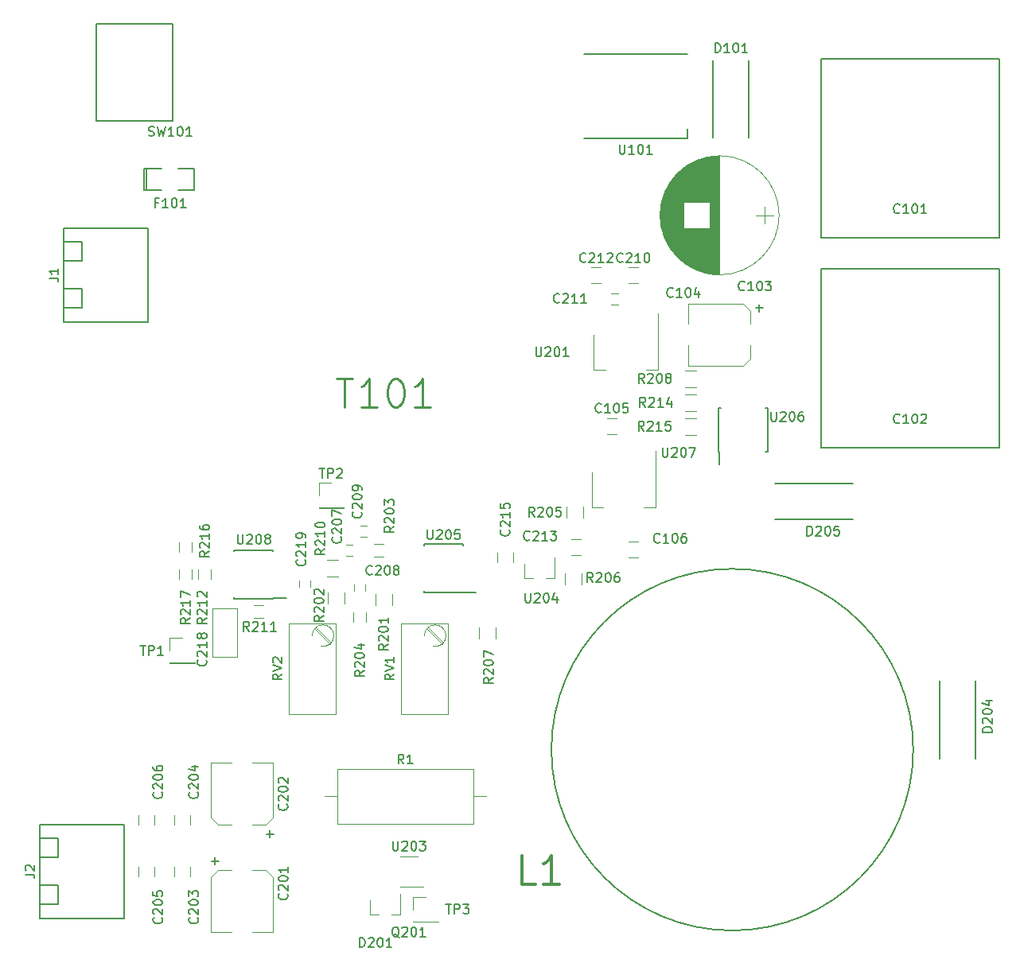
<source format=gto>
G04 #@! TF.FileFunction,Legend,Top*
%FSLAX46Y46*%
G04 Gerber Fmt 4.6, Leading zero omitted, Abs format (unit mm)*
G04 Created by KiCad (PCBNEW 4.0.7) date 04/11/19 03:01:07*
%MOMM*%
%LPD*%
G01*
G04 APERTURE LIST*
%ADD10C,0.100000*%
%ADD11C,0.200000*%
%ADD12C,0.150000*%
%ADD13C,0.120000*%
%ADD14C,0.300000*%
%ADD15C,0.250000*%
G04 APERTURE END LIST*
D10*
D11*
X137487000Y-100073000D02*
G75*
G03X137487000Y-100073000I-19250000J0D01*
G01*
D12*
X127660000Y-26560000D02*
X146660000Y-26560000D01*
X127660000Y-26560000D02*
X127660000Y-45560000D01*
X146660000Y-26560000D02*
X146660000Y-45560000D01*
X127660000Y-45560000D02*
X146660000Y-45560000D01*
X127660000Y-48920000D02*
X146660000Y-48920000D01*
X127660000Y-48920000D02*
X127660000Y-67920000D01*
X146660000Y-48920000D02*
X146660000Y-67920000D01*
X127660000Y-67920000D02*
X146660000Y-67920000D01*
D13*
X123220000Y-43180000D02*
G75*
G03X123220000Y-43180000I-6340000J0D01*
G01*
X116880000Y-49480000D02*
X116880000Y-36880000D01*
X116840000Y-49480000D02*
X116840000Y-36880000D01*
X116800000Y-49480000D02*
X116800000Y-36880000D01*
X116760000Y-49479000D02*
X116760000Y-36881000D01*
X116720000Y-49478000D02*
X116720000Y-36882000D01*
X116680000Y-49477000D02*
X116680000Y-36883000D01*
X116640000Y-49476000D02*
X116640000Y-36884000D01*
X116600000Y-49474000D02*
X116600000Y-36886000D01*
X116560000Y-49472000D02*
X116560000Y-36888000D01*
X116520000Y-49470000D02*
X116520000Y-36890000D01*
X116480000Y-49468000D02*
X116480000Y-36892000D01*
X116440000Y-49465000D02*
X116440000Y-36895000D01*
X116400000Y-49462000D02*
X116400000Y-36898000D01*
X116360000Y-49459000D02*
X116360000Y-36901000D01*
X116320000Y-49456000D02*
X116320000Y-36904000D01*
X116280000Y-49452000D02*
X116280000Y-36908000D01*
X116240000Y-49448000D02*
X116240000Y-36912000D01*
X116200000Y-49444000D02*
X116200000Y-36916000D01*
X116159000Y-49439000D02*
X116159000Y-36921000D01*
X116119000Y-49435000D02*
X116119000Y-36925000D01*
X116079000Y-49430000D02*
X116079000Y-36930000D01*
X116039000Y-49425000D02*
X116039000Y-36935000D01*
X115999000Y-49419000D02*
X115999000Y-36941000D01*
X115959000Y-49413000D02*
X115959000Y-36947000D01*
X115919000Y-49407000D02*
X115919000Y-36953000D01*
X115879000Y-49401000D02*
X115879000Y-36959000D01*
X115839000Y-49395000D02*
X115839000Y-36965000D01*
X115799000Y-49388000D02*
X115799000Y-36972000D01*
X115759000Y-49381000D02*
X115759000Y-44560000D01*
X115759000Y-41800000D02*
X115759000Y-36979000D01*
X115719000Y-49373000D02*
X115719000Y-44560000D01*
X115719000Y-41800000D02*
X115719000Y-36987000D01*
X115679000Y-49366000D02*
X115679000Y-44560000D01*
X115679000Y-41800000D02*
X115679000Y-36994000D01*
X115639000Y-49358000D02*
X115639000Y-44560000D01*
X115639000Y-41800000D02*
X115639000Y-37002000D01*
X115599000Y-49350000D02*
X115599000Y-44560000D01*
X115599000Y-41800000D02*
X115599000Y-37010000D01*
X115559000Y-49342000D02*
X115559000Y-44560000D01*
X115559000Y-41800000D02*
X115559000Y-37018000D01*
X115519000Y-49333000D02*
X115519000Y-44560000D01*
X115519000Y-41800000D02*
X115519000Y-37027000D01*
X115479000Y-49324000D02*
X115479000Y-44560000D01*
X115479000Y-41800000D02*
X115479000Y-37036000D01*
X115439000Y-49315000D02*
X115439000Y-44560000D01*
X115439000Y-41800000D02*
X115439000Y-37045000D01*
X115399000Y-49305000D02*
X115399000Y-44560000D01*
X115399000Y-41800000D02*
X115399000Y-37055000D01*
X115359000Y-49296000D02*
X115359000Y-44560000D01*
X115359000Y-41800000D02*
X115359000Y-37064000D01*
X115319000Y-49286000D02*
X115319000Y-44560000D01*
X115319000Y-41800000D02*
X115319000Y-37074000D01*
X115279000Y-49275000D02*
X115279000Y-44560000D01*
X115279000Y-41800000D02*
X115279000Y-37085000D01*
X115239000Y-49265000D02*
X115239000Y-44560000D01*
X115239000Y-41800000D02*
X115239000Y-37095000D01*
X115199000Y-49254000D02*
X115199000Y-44560000D01*
X115199000Y-41800000D02*
X115199000Y-37106000D01*
X115159000Y-49243000D02*
X115159000Y-44560000D01*
X115159000Y-41800000D02*
X115159000Y-37117000D01*
X115119000Y-49231000D02*
X115119000Y-44560000D01*
X115119000Y-41800000D02*
X115119000Y-37129000D01*
X115079000Y-49220000D02*
X115079000Y-44560000D01*
X115079000Y-41800000D02*
X115079000Y-37140000D01*
X115039000Y-49208000D02*
X115039000Y-44560000D01*
X115039000Y-41800000D02*
X115039000Y-37152000D01*
X114999000Y-49195000D02*
X114999000Y-44560000D01*
X114999000Y-41800000D02*
X114999000Y-37165000D01*
X114959000Y-49183000D02*
X114959000Y-44560000D01*
X114959000Y-41800000D02*
X114959000Y-37177000D01*
X114919000Y-49170000D02*
X114919000Y-44560000D01*
X114919000Y-41800000D02*
X114919000Y-37190000D01*
X114879000Y-49157000D02*
X114879000Y-44560000D01*
X114879000Y-41800000D02*
X114879000Y-37203000D01*
X114839000Y-49143000D02*
X114839000Y-44560000D01*
X114839000Y-41800000D02*
X114839000Y-37217000D01*
X114799000Y-49130000D02*
X114799000Y-44560000D01*
X114799000Y-41800000D02*
X114799000Y-37230000D01*
X114759000Y-49116000D02*
X114759000Y-44560000D01*
X114759000Y-41800000D02*
X114759000Y-37244000D01*
X114719000Y-49101000D02*
X114719000Y-44560000D01*
X114719000Y-41800000D02*
X114719000Y-37259000D01*
X114679000Y-49087000D02*
X114679000Y-44560000D01*
X114679000Y-41800000D02*
X114679000Y-37273000D01*
X114639000Y-49072000D02*
X114639000Y-44560000D01*
X114639000Y-41800000D02*
X114639000Y-37288000D01*
X114599000Y-49056000D02*
X114599000Y-44560000D01*
X114599000Y-41800000D02*
X114599000Y-37304000D01*
X114559000Y-49041000D02*
X114559000Y-44560000D01*
X114559000Y-41800000D02*
X114559000Y-37319000D01*
X114519000Y-49025000D02*
X114519000Y-44560000D01*
X114519000Y-41800000D02*
X114519000Y-37335000D01*
X114479000Y-49009000D02*
X114479000Y-44560000D01*
X114479000Y-41800000D02*
X114479000Y-37351000D01*
X114439000Y-48992000D02*
X114439000Y-44560000D01*
X114439000Y-41800000D02*
X114439000Y-37368000D01*
X114399000Y-48975000D02*
X114399000Y-44560000D01*
X114399000Y-41800000D02*
X114399000Y-37385000D01*
X114359000Y-48958000D02*
X114359000Y-44560000D01*
X114359000Y-41800000D02*
X114359000Y-37402000D01*
X114319000Y-48941000D02*
X114319000Y-44560000D01*
X114319000Y-41800000D02*
X114319000Y-37419000D01*
X114279000Y-48923000D02*
X114279000Y-44560000D01*
X114279000Y-41800000D02*
X114279000Y-37437000D01*
X114239000Y-48905000D02*
X114239000Y-44560000D01*
X114239000Y-41800000D02*
X114239000Y-37455000D01*
X114199000Y-48886000D02*
X114199000Y-44560000D01*
X114199000Y-41800000D02*
X114199000Y-37474000D01*
X114159000Y-48867000D02*
X114159000Y-44560000D01*
X114159000Y-41800000D02*
X114159000Y-37493000D01*
X114119000Y-48848000D02*
X114119000Y-44560000D01*
X114119000Y-41800000D02*
X114119000Y-37512000D01*
X114079000Y-48829000D02*
X114079000Y-44560000D01*
X114079000Y-41800000D02*
X114079000Y-37531000D01*
X114039000Y-48809000D02*
X114039000Y-44560000D01*
X114039000Y-41800000D02*
X114039000Y-37551000D01*
X113999000Y-48789000D02*
X113999000Y-44560000D01*
X113999000Y-41800000D02*
X113999000Y-37571000D01*
X113959000Y-48768000D02*
X113959000Y-44560000D01*
X113959000Y-41800000D02*
X113959000Y-37592000D01*
X113919000Y-48747000D02*
X113919000Y-44560000D01*
X113919000Y-41800000D02*
X113919000Y-37613000D01*
X113879000Y-48726000D02*
X113879000Y-44560000D01*
X113879000Y-41800000D02*
X113879000Y-37634000D01*
X113839000Y-48704000D02*
X113839000Y-44560000D01*
X113839000Y-41800000D02*
X113839000Y-37656000D01*
X113799000Y-48682000D02*
X113799000Y-44560000D01*
X113799000Y-41800000D02*
X113799000Y-37678000D01*
X113759000Y-48660000D02*
X113759000Y-44560000D01*
X113759000Y-41800000D02*
X113759000Y-37700000D01*
X113719000Y-48637000D02*
X113719000Y-44560000D01*
X113719000Y-41800000D02*
X113719000Y-37723000D01*
X113679000Y-48614000D02*
X113679000Y-44560000D01*
X113679000Y-41800000D02*
X113679000Y-37746000D01*
X113639000Y-48590000D02*
X113639000Y-44560000D01*
X113639000Y-41800000D02*
X113639000Y-37770000D01*
X113599000Y-48566000D02*
X113599000Y-44560000D01*
X113599000Y-41800000D02*
X113599000Y-37794000D01*
X113559000Y-48542000D02*
X113559000Y-44560000D01*
X113559000Y-41800000D02*
X113559000Y-37818000D01*
X113519000Y-48517000D02*
X113519000Y-44560000D01*
X113519000Y-41800000D02*
X113519000Y-37843000D01*
X113479000Y-48492000D02*
X113479000Y-44560000D01*
X113479000Y-41800000D02*
X113479000Y-37868000D01*
X113439000Y-48466000D02*
X113439000Y-44560000D01*
X113439000Y-41800000D02*
X113439000Y-37894000D01*
X113399000Y-48440000D02*
X113399000Y-44560000D01*
X113399000Y-41800000D02*
X113399000Y-37920000D01*
X113359000Y-48414000D02*
X113359000Y-44560000D01*
X113359000Y-41800000D02*
X113359000Y-37946000D01*
X113319000Y-48387000D02*
X113319000Y-44560000D01*
X113319000Y-41800000D02*
X113319000Y-37973000D01*
X113279000Y-48359000D02*
X113279000Y-44560000D01*
X113279000Y-41800000D02*
X113279000Y-38001000D01*
X113239000Y-48331000D02*
X113239000Y-44560000D01*
X113239000Y-41800000D02*
X113239000Y-38029000D01*
X113199000Y-48303000D02*
X113199000Y-44560000D01*
X113199000Y-41800000D02*
X113199000Y-38057000D01*
X113159000Y-48274000D02*
X113159000Y-44560000D01*
X113159000Y-41800000D02*
X113159000Y-38086000D01*
X113119000Y-48245000D02*
X113119000Y-44560000D01*
X113119000Y-41800000D02*
X113119000Y-38115000D01*
X113079000Y-48215000D02*
X113079000Y-44560000D01*
X113079000Y-41800000D02*
X113079000Y-38145000D01*
X113039000Y-48185000D02*
X113039000Y-44560000D01*
X113039000Y-41800000D02*
X113039000Y-38175000D01*
X112999000Y-48155000D02*
X112999000Y-38205000D01*
X112959000Y-48123000D02*
X112959000Y-38237000D01*
X112919000Y-48092000D02*
X112919000Y-38268000D01*
X112879000Y-48059000D02*
X112879000Y-38301000D01*
X112839000Y-48027000D02*
X112839000Y-38333000D01*
X112799000Y-47993000D02*
X112799000Y-38367000D01*
X112759000Y-47959000D02*
X112759000Y-38401000D01*
X112719000Y-47925000D02*
X112719000Y-38435000D01*
X112679000Y-47890000D02*
X112679000Y-38470000D01*
X112639000Y-47854000D02*
X112639000Y-38506000D01*
X112599000Y-47818000D02*
X112599000Y-38542000D01*
X112559000Y-47781000D02*
X112559000Y-38579000D01*
X112519000Y-47743000D02*
X112519000Y-38617000D01*
X112479000Y-47705000D02*
X112479000Y-38655000D01*
X112439000Y-47666000D02*
X112439000Y-38694000D01*
X112399000Y-47627000D02*
X112399000Y-38733000D01*
X112359000Y-47586000D02*
X112359000Y-38774000D01*
X112319000Y-47545000D02*
X112319000Y-38815000D01*
X112279000Y-47503000D02*
X112279000Y-38857000D01*
X112239000Y-47461000D02*
X112239000Y-38899000D01*
X112199000Y-47418000D02*
X112199000Y-38942000D01*
X112159000Y-47373000D02*
X112159000Y-38987000D01*
X112119000Y-47328000D02*
X112119000Y-39032000D01*
X112079000Y-47282000D02*
X112079000Y-39078000D01*
X112039000Y-47236000D02*
X112039000Y-39124000D01*
X111999000Y-47188000D02*
X111999000Y-39172000D01*
X111959000Y-47139000D02*
X111959000Y-39221000D01*
X111919000Y-47089000D02*
X111919000Y-39271000D01*
X111879000Y-47039000D02*
X111879000Y-39321000D01*
X111839000Y-46987000D02*
X111839000Y-39373000D01*
X111799000Y-46934000D02*
X111799000Y-39426000D01*
X111759000Y-46880000D02*
X111759000Y-39480000D01*
X111719000Y-46824000D02*
X111719000Y-39536000D01*
X111679000Y-46768000D02*
X111679000Y-39592000D01*
X111639000Y-46710000D02*
X111639000Y-39650000D01*
X111599000Y-46650000D02*
X111599000Y-39710000D01*
X111559000Y-46589000D02*
X111559000Y-39771000D01*
X111519000Y-46527000D02*
X111519000Y-39833000D01*
X111479000Y-46462000D02*
X111479000Y-39898000D01*
X111439000Y-46397000D02*
X111439000Y-39963000D01*
X111399000Y-46329000D02*
X111399000Y-40031000D01*
X111359000Y-46259000D02*
X111359000Y-40101000D01*
X111319000Y-46187000D02*
X111319000Y-40173000D01*
X111279000Y-46113000D02*
X111279000Y-40247000D01*
X111239000Y-46036000D02*
X111239000Y-40324000D01*
X111199000Y-45957000D02*
X111199000Y-40403000D01*
X111159000Y-45875000D02*
X111159000Y-40485000D01*
X111119000Y-45790000D02*
X111119000Y-40570000D01*
X111079000Y-45701000D02*
X111079000Y-40659000D01*
X111039000Y-45608000D02*
X111039000Y-40752000D01*
X110999000Y-45511000D02*
X110999000Y-40849000D01*
X110959000Y-45410000D02*
X110959000Y-40950000D01*
X110919000Y-45302000D02*
X110919000Y-41058000D01*
X110879000Y-45189000D02*
X110879000Y-41171000D01*
X110839000Y-45068000D02*
X110839000Y-41292000D01*
X110799000Y-44937000D02*
X110799000Y-41423000D01*
X110759000Y-44796000D02*
X110759000Y-41564000D01*
X110719000Y-44640000D02*
X110719000Y-41720000D01*
X110679000Y-44465000D02*
X110679000Y-41895000D01*
X110639000Y-44262000D02*
X110639000Y-42098000D01*
X110599000Y-44011000D02*
X110599000Y-42349000D01*
X110559000Y-43644000D02*
X110559000Y-42716000D01*
X122580000Y-43180000D02*
X120780000Y-43180000D01*
X121680000Y-44080000D02*
X121680000Y-42280000D01*
X120140000Y-53340000D02*
X120140000Y-54760000D01*
X113540000Y-52580000D02*
X113540000Y-54760000D01*
X113540000Y-59180000D02*
X113540000Y-57000000D01*
X120140000Y-58420000D02*
X120140000Y-57000000D01*
X113540000Y-52580000D02*
X119380000Y-52580000D01*
X119380000Y-52580000D02*
X120140000Y-53340000D01*
X120140000Y-58420000D02*
X119380000Y-59180000D01*
X119380000Y-59180000D02*
X113540000Y-59180000D01*
X105910000Y-64809000D02*
X104910000Y-64809000D01*
X104910000Y-66509000D02*
X105910000Y-66509000D01*
X108180000Y-77890000D02*
X107180000Y-77890000D01*
X107180000Y-79590000D02*
X108180000Y-79590000D01*
X63500000Y-112905000D02*
X64920000Y-112905000D01*
X62740000Y-119505000D02*
X64920000Y-119505000D01*
X69340000Y-119505000D02*
X67160000Y-119505000D01*
X68580000Y-112905000D02*
X67160000Y-112905000D01*
X62740000Y-119505000D02*
X62740000Y-113665000D01*
X62740000Y-113665000D02*
X63500000Y-112905000D01*
X68580000Y-112905000D02*
X69340000Y-113665000D01*
X69340000Y-113665000D02*
X69340000Y-119505000D01*
X68580000Y-108075000D02*
X67160000Y-108075000D01*
X69340000Y-101475000D02*
X67160000Y-101475000D01*
X62740000Y-101475000D02*
X64920000Y-101475000D01*
X63500000Y-108075000D02*
X64920000Y-108075000D01*
X69340000Y-101475000D02*
X69340000Y-107315000D01*
X69340000Y-107315000D02*
X68580000Y-108075000D01*
X63500000Y-108075000D02*
X62740000Y-107315000D01*
X62740000Y-107315000D02*
X62740000Y-101475000D01*
X60540000Y-113588333D02*
X60540000Y-112588333D01*
X58840000Y-112588333D02*
X58840000Y-113588333D01*
X58840000Y-107085000D02*
X58840000Y-108085000D01*
X60540000Y-108085000D02*
X60540000Y-107085000D01*
X56730000Y-113530000D02*
X56730000Y-112530000D01*
X55030000Y-112530000D02*
X55030000Y-113530000D01*
X55030000Y-107085000D02*
X55030000Y-108085000D01*
X56730000Y-108085000D02*
X56730000Y-107085000D01*
X77832000Y-79467000D02*
X77132000Y-79467000D01*
X77132000Y-78267000D02*
X77832000Y-78267000D01*
X78013000Y-83154000D02*
X78013000Y-82454000D01*
X79213000Y-82454000D02*
X79213000Y-83154000D01*
X79344000Y-77435000D02*
X78644000Y-77435000D01*
X78644000Y-76235000D02*
X79344000Y-76235000D01*
X107196000Y-50380000D02*
X108196000Y-50380000D01*
X108196000Y-48680000D02*
X107196000Y-48680000D01*
X105375000Y-51470000D02*
X106075000Y-51470000D01*
X106075000Y-52670000D02*
X105375000Y-52670000D01*
X103259000Y-50380000D02*
X104259000Y-50380000D01*
X104259000Y-48680000D02*
X103259000Y-48680000D01*
X102084000Y-77636000D02*
X101084000Y-77636000D01*
X101084000Y-79336000D02*
X102084000Y-79336000D01*
X94957000Y-80129000D02*
X94957000Y-79129000D01*
X93257000Y-79129000D02*
X93257000Y-80129000D01*
X65572000Y-85050000D02*
X65572000Y-90170000D01*
X62952000Y-85050000D02*
X62952000Y-90170000D01*
X65572000Y-85050000D02*
X62952000Y-85050000D01*
X65572000Y-90170000D02*
X62952000Y-90170000D01*
X73371000Y-82073000D02*
X73371000Y-82773000D01*
X72171000Y-82773000D02*
X72171000Y-82073000D01*
D12*
X120015000Y-34925000D02*
X120015000Y-26670000D01*
X116205000Y-34925000D02*
X116205000Y-26670000D01*
X140335000Y-92755000D02*
X140335000Y-101010000D01*
X144145000Y-92755000D02*
X144145000Y-101010000D01*
X122809000Y-75565000D02*
X131064000Y-75565000D01*
X122809000Y-71755000D02*
X131064000Y-71755000D01*
X55880000Y-38227000D02*
X55626000Y-38227000D01*
X55626000Y-38227000D02*
X55626000Y-40513000D01*
X55626000Y-40513000D02*
X55880000Y-40513000D01*
X55880000Y-38227000D02*
X55880000Y-40513000D01*
X55880000Y-40513000D02*
X57531000Y-40513000D01*
X59309000Y-38227000D02*
X60960000Y-38227000D01*
X60960000Y-38227000D02*
X60960000Y-40513000D01*
X60960000Y-40513000D02*
X59309000Y-40513000D01*
X57531000Y-38227000D02*
X55880000Y-38227000D01*
X47070000Y-51030000D02*
X49070000Y-51030000D01*
X49070000Y-51030000D02*
X49070000Y-53030000D01*
X49070000Y-53030000D02*
X47070000Y-53030000D01*
X47070000Y-46030000D02*
X49070000Y-46030000D01*
X49070000Y-46030000D02*
X49070000Y-48030000D01*
X49070000Y-48030000D02*
X47070000Y-48030000D01*
X47070000Y-44530000D02*
X56070000Y-44530000D01*
X56070000Y-44530000D02*
X56070000Y-54530000D01*
X56070000Y-54530000D02*
X47070000Y-54530000D01*
X47070000Y-44530000D02*
X47070000Y-54530000D01*
D13*
X79700000Y-117600000D02*
X80630000Y-117600000D01*
X82860000Y-117600000D02*
X81930000Y-117600000D01*
X82860000Y-117600000D02*
X82860000Y-115440000D01*
X79700000Y-117600000D02*
X79700000Y-116140000D01*
X76229000Y-102119000D02*
X76229000Y-107939000D01*
X76229000Y-107939000D02*
X90649000Y-107939000D01*
X90649000Y-107939000D02*
X90649000Y-102119000D01*
X90649000Y-102119000D02*
X76229000Y-102119000D01*
X74859000Y-105029000D02*
X76229000Y-105029000D01*
X92019000Y-105029000D02*
X90649000Y-105029000D01*
X80273000Y-84674000D02*
X80273000Y-83474000D01*
X82033000Y-83474000D02*
X82033000Y-84674000D01*
X75193000Y-84547000D02*
X75193000Y-83347000D01*
X76953000Y-83347000D02*
X76953000Y-84547000D01*
X81145000Y-79547000D02*
X80145000Y-79547000D01*
X80145000Y-78187000D02*
X81145000Y-78187000D01*
X77933000Y-86479000D02*
X77933000Y-85479000D01*
X79293000Y-85479000D02*
X79293000Y-86479000D01*
X100593000Y-75403000D02*
X100593000Y-74203000D01*
X102353000Y-74203000D02*
X102353000Y-75403000D01*
X100466000Y-82515000D02*
X100466000Y-81315000D01*
X102226000Y-81315000D02*
X102226000Y-82515000D01*
X93082000Y-87030000D02*
X93082000Y-88230000D01*
X91322000Y-88230000D02*
X91322000Y-87030000D01*
X114392000Y-61459000D02*
X113192000Y-61459000D01*
X113192000Y-59699000D02*
X114392000Y-59699000D01*
X76292000Y-81652000D02*
X75092000Y-81652000D01*
X75092000Y-79892000D02*
X76292000Y-79892000D01*
X68318000Y-86024000D02*
X67318000Y-86024000D01*
X67318000Y-84664000D02*
X68318000Y-84664000D01*
X61423000Y-81907000D02*
X61423000Y-80907000D01*
X62783000Y-80907000D02*
X62783000Y-81907000D01*
X114392001Y-63999000D02*
X113192001Y-63999000D01*
X113192001Y-62239000D02*
X114392001Y-62239000D01*
X114392001Y-66539000D02*
X113192001Y-66539000D01*
X113192001Y-64779000D02*
X114392001Y-64779000D01*
X59391000Y-78986000D02*
X59391000Y-77986000D01*
X60751000Y-77986000D02*
X60751000Y-78986000D01*
X59391000Y-81907000D02*
X59391000Y-80907000D01*
X60751000Y-80907000D02*
X60751000Y-81907000D01*
X85466704Y-87985309D02*
G75*
G02X87776000Y-87945000I1154296J40309D01*
G01*
X87775052Y-87924879D02*
G75*
G02X86381000Y-89074000I-1154052J-20121D01*
G01*
X83001000Y-96265000D02*
X83001000Y-86615000D01*
X87952000Y-96265000D02*
X87952000Y-86615000D01*
X83001000Y-96265000D02*
X87952000Y-96265000D01*
X83001000Y-86615000D02*
X87952000Y-86615000D01*
X85887000Y-87069000D02*
X87497000Y-88680000D01*
X85746000Y-87209000D02*
X87356000Y-88821000D01*
X73528704Y-87985309D02*
G75*
G02X75838000Y-87945000I1154296J40309D01*
G01*
X75837052Y-87924879D02*
G75*
G02X74443000Y-89074000I-1154052J-20121D01*
G01*
X71063000Y-96265000D02*
X71063000Y-86615000D01*
X76014000Y-96265000D02*
X76014000Y-86615000D01*
X71063000Y-96265000D02*
X76014000Y-96265000D01*
X71063000Y-86615000D02*
X76014000Y-86615000D01*
X73949000Y-87069000D02*
X75559000Y-88680000D01*
X73808000Y-87209000D02*
X75418000Y-88821000D01*
D12*
X50545000Y-22810000D02*
X50545000Y-33170000D01*
X50610000Y-33170000D02*
X58610000Y-33170000D01*
X58675000Y-33170000D02*
X58675000Y-22810000D01*
X50545000Y-22810000D02*
X58675000Y-22810000D01*
X102450000Y-25980000D02*
X113450000Y-25980000D01*
X102450000Y-34980000D02*
X113450000Y-34980000D01*
X113450000Y-33980000D02*
X113450000Y-34980000D01*
D13*
X103510000Y-59670000D02*
X104770000Y-59670000D01*
X110330000Y-59670000D02*
X109070000Y-59670000D01*
X103510000Y-55910000D02*
X103510000Y-59670000D01*
X110330000Y-53660000D02*
X110330000Y-59670000D01*
X84720000Y-111420000D02*
X82920000Y-111420000D01*
X82920000Y-114640000D02*
X85370000Y-114640000D01*
X96144000Y-81786000D02*
X97074000Y-81786000D01*
X99304000Y-81786000D02*
X98374000Y-81786000D01*
X99304000Y-81786000D02*
X99304000Y-79626000D01*
X96144000Y-81786000D02*
X96144000Y-80326000D01*
D12*
X89578000Y-83347000D02*
X89578000Y-83297000D01*
X85428000Y-83347000D02*
X85428000Y-83202000D01*
X85428000Y-78197000D02*
X85428000Y-78342000D01*
X89578000Y-78197000D02*
X89578000Y-78342000D01*
X89578000Y-83347000D02*
X85428000Y-83347000D01*
X89578000Y-78197000D02*
X85428000Y-78197000D01*
X89578000Y-83297000D02*
X90978000Y-83297000D01*
X116755000Y-68365000D02*
X116880000Y-68365000D01*
X116755000Y-63715000D02*
X116980000Y-63715000D01*
X122005000Y-63715000D02*
X121780000Y-63715000D01*
X122005000Y-68365000D02*
X121780000Y-68365000D01*
X116755000Y-68365000D02*
X116755000Y-63715000D01*
X122005000Y-68365000D02*
X122005000Y-63715000D01*
X116880000Y-68365000D02*
X116880000Y-69715000D01*
D13*
X103270000Y-74300000D02*
X104530000Y-74300000D01*
X110090000Y-74300000D02*
X108830000Y-74300000D01*
X103270000Y-70540000D02*
X103270000Y-74300000D01*
X110090000Y-68290000D02*
X110090000Y-74300000D01*
D12*
X69385000Y-83982000D02*
X69385000Y-83932000D01*
X65235000Y-83982000D02*
X65235000Y-83837000D01*
X65235000Y-78832000D02*
X65235000Y-78977000D01*
X69385000Y-78832000D02*
X69385000Y-78977000D01*
X69385000Y-83982000D02*
X65235000Y-83982000D01*
X69385000Y-78832000D02*
X65235000Y-78832000D01*
X69385000Y-83932000D02*
X70785000Y-83932000D01*
X44530000Y-114530000D02*
X46530000Y-114530000D01*
X46530000Y-114530000D02*
X46530000Y-116530000D01*
X46530000Y-116530000D02*
X44530000Y-116530000D01*
X44530000Y-109530000D02*
X46530000Y-109530000D01*
X46530000Y-109530000D02*
X46530000Y-111530000D01*
X46530000Y-111530000D02*
X44530000Y-111530000D01*
X44530000Y-108030000D02*
X53530000Y-108030000D01*
X53530000Y-108030000D02*
X53530000Y-118030000D01*
X53530000Y-118030000D02*
X44530000Y-118030000D01*
X44530000Y-108030000D02*
X44530000Y-118030000D01*
D13*
X74235000Y-74355000D02*
X76895000Y-74355000D01*
X74235000Y-74295000D02*
X74235000Y-74355000D01*
X76895000Y-74295000D02*
X76895000Y-74355000D01*
X74235000Y-74295000D02*
X76895000Y-74295000D01*
X74235000Y-73025000D02*
X74235000Y-71695000D01*
X74235000Y-71695000D02*
X75565000Y-71695000D01*
X58360000Y-90865000D02*
X61020000Y-90865000D01*
X58360000Y-90805000D02*
X58360000Y-90865000D01*
X61020000Y-90805000D02*
X61020000Y-90865000D01*
X58360000Y-90805000D02*
X61020000Y-90805000D01*
X58360000Y-89535000D02*
X58360000Y-88205000D01*
X58360000Y-88205000D02*
X59690000Y-88205000D01*
X84268000Y-118424000D02*
X86928000Y-118424000D01*
X84268000Y-118364000D02*
X84268000Y-118424000D01*
X86928000Y-118364000D02*
X86928000Y-118424000D01*
X84268000Y-118364000D02*
X86928000Y-118364000D01*
X84268000Y-117094000D02*
X84268000Y-115764000D01*
X84268000Y-115764000D02*
X85598000Y-115764000D01*
D14*
X97290000Y-114387143D02*
X95861429Y-114387143D01*
X95861429Y-111387143D01*
X99861428Y-114387143D02*
X98147143Y-114387143D01*
X99004285Y-114387143D02*
X99004285Y-111387143D01*
X98718571Y-111815714D01*
X98432857Y-112101429D01*
X98147143Y-112244286D01*
D12*
X136040953Y-42877143D02*
X135993334Y-42924762D01*
X135850477Y-42972381D01*
X135755239Y-42972381D01*
X135612381Y-42924762D01*
X135517143Y-42829524D01*
X135469524Y-42734286D01*
X135421905Y-42543810D01*
X135421905Y-42400952D01*
X135469524Y-42210476D01*
X135517143Y-42115238D01*
X135612381Y-42020000D01*
X135755239Y-41972381D01*
X135850477Y-41972381D01*
X135993334Y-42020000D01*
X136040953Y-42067619D01*
X136993334Y-42972381D02*
X136421905Y-42972381D01*
X136707619Y-42972381D02*
X136707619Y-41972381D01*
X136612381Y-42115238D01*
X136517143Y-42210476D01*
X136421905Y-42258095D01*
X137612381Y-41972381D02*
X137707620Y-41972381D01*
X137802858Y-42020000D01*
X137850477Y-42067619D01*
X137898096Y-42162857D01*
X137945715Y-42353333D01*
X137945715Y-42591429D01*
X137898096Y-42781905D01*
X137850477Y-42877143D01*
X137802858Y-42924762D01*
X137707620Y-42972381D01*
X137612381Y-42972381D01*
X137517143Y-42924762D01*
X137469524Y-42877143D01*
X137421905Y-42781905D01*
X137374286Y-42591429D01*
X137374286Y-42353333D01*
X137421905Y-42162857D01*
X137469524Y-42067619D01*
X137517143Y-42020000D01*
X137612381Y-41972381D01*
X138898096Y-42972381D02*
X138326667Y-42972381D01*
X138612381Y-42972381D02*
X138612381Y-41972381D01*
X138517143Y-42115238D01*
X138421905Y-42210476D01*
X138326667Y-42258095D01*
X136040953Y-65237143D02*
X135993334Y-65284762D01*
X135850477Y-65332381D01*
X135755239Y-65332381D01*
X135612381Y-65284762D01*
X135517143Y-65189524D01*
X135469524Y-65094286D01*
X135421905Y-64903810D01*
X135421905Y-64760952D01*
X135469524Y-64570476D01*
X135517143Y-64475238D01*
X135612381Y-64380000D01*
X135755239Y-64332381D01*
X135850477Y-64332381D01*
X135993334Y-64380000D01*
X136040953Y-64427619D01*
X136993334Y-65332381D02*
X136421905Y-65332381D01*
X136707619Y-65332381D02*
X136707619Y-64332381D01*
X136612381Y-64475238D01*
X136517143Y-64570476D01*
X136421905Y-64618095D01*
X137612381Y-64332381D02*
X137707620Y-64332381D01*
X137802858Y-64380000D01*
X137850477Y-64427619D01*
X137898096Y-64522857D01*
X137945715Y-64713333D01*
X137945715Y-64951429D01*
X137898096Y-65141905D01*
X137850477Y-65237143D01*
X137802858Y-65284762D01*
X137707620Y-65332381D01*
X137612381Y-65332381D01*
X137517143Y-65284762D01*
X137469524Y-65237143D01*
X137421905Y-65141905D01*
X137374286Y-64951429D01*
X137374286Y-64713333D01*
X137421905Y-64522857D01*
X137469524Y-64427619D01*
X137517143Y-64380000D01*
X137612381Y-64332381D01*
X138326667Y-64427619D02*
X138374286Y-64380000D01*
X138469524Y-64332381D01*
X138707620Y-64332381D01*
X138802858Y-64380000D01*
X138850477Y-64427619D01*
X138898096Y-64522857D01*
X138898096Y-64618095D01*
X138850477Y-64760952D01*
X138279048Y-65332381D01*
X138898096Y-65332381D01*
X119530953Y-51097143D02*
X119483334Y-51144762D01*
X119340477Y-51192381D01*
X119245239Y-51192381D01*
X119102381Y-51144762D01*
X119007143Y-51049524D01*
X118959524Y-50954286D01*
X118911905Y-50763810D01*
X118911905Y-50620952D01*
X118959524Y-50430476D01*
X119007143Y-50335238D01*
X119102381Y-50240000D01*
X119245239Y-50192381D01*
X119340477Y-50192381D01*
X119483334Y-50240000D01*
X119530953Y-50287619D01*
X120483334Y-51192381D02*
X119911905Y-51192381D01*
X120197619Y-51192381D02*
X120197619Y-50192381D01*
X120102381Y-50335238D01*
X120007143Y-50430476D01*
X119911905Y-50478095D01*
X121102381Y-50192381D02*
X121197620Y-50192381D01*
X121292858Y-50240000D01*
X121340477Y-50287619D01*
X121388096Y-50382857D01*
X121435715Y-50573333D01*
X121435715Y-50811429D01*
X121388096Y-51001905D01*
X121340477Y-51097143D01*
X121292858Y-51144762D01*
X121197620Y-51192381D01*
X121102381Y-51192381D01*
X121007143Y-51144762D01*
X120959524Y-51097143D01*
X120911905Y-51001905D01*
X120864286Y-50811429D01*
X120864286Y-50573333D01*
X120911905Y-50382857D01*
X120959524Y-50287619D01*
X121007143Y-50240000D01*
X121102381Y-50192381D01*
X121769048Y-50192381D02*
X122388096Y-50192381D01*
X122054762Y-50573333D01*
X122197620Y-50573333D01*
X122292858Y-50620952D01*
X122340477Y-50668571D01*
X122388096Y-50763810D01*
X122388096Y-51001905D01*
X122340477Y-51097143D01*
X122292858Y-51144762D01*
X122197620Y-51192381D01*
X121911905Y-51192381D01*
X121816667Y-51144762D01*
X121769048Y-51097143D01*
X111910953Y-51807143D02*
X111863334Y-51854762D01*
X111720477Y-51902381D01*
X111625239Y-51902381D01*
X111482381Y-51854762D01*
X111387143Y-51759524D01*
X111339524Y-51664286D01*
X111291905Y-51473810D01*
X111291905Y-51330952D01*
X111339524Y-51140476D01*
X111387143Y-51045238D01*
X111482381Y-50950000D01*
X111625239Y-50902381D01*
X111720477Y-50902381D01*
X111863334Y-50950000D01*
X111910953Y-50997619D01*
X112863334Y-51902381D02*
X112291905Y-51902381D01*
X112577619Y-51902381D02*
X112577619Y-50902381D01*
X112482381Y-51045238D01*
X112387143Y-51140476D01*
X112291905Y-51188095D01*
X113482381Y-50902381D02*
X113577620Y-50902381D01*
X113672858Y-50950000D01*
X113720477Y-50997619D01*
X113768096Y-51092857D01*
X113815715Y-51283333D01*
X113815715Y-51521429D01*
X113768096Y-51711905D01*
X113720477Y-51807143D01*
X113672858Y-51854762D01*
X113577620Y-51902381D01*
X113482381Y-51902381D01*
X113387143Y-51854762D01*
X113339524Y-51807143D01*
X113291905Y-51711905D01*
X113244286Y-51521429D01*
X113244286Y-51283333D01*
X113291905Y-51092857D01*
X113339524Y-50997619D01*
X113387143Y-50950000D01*
X113482381Y-50902381D01*
X114672858Y-51235714D02*
X114672858Y-51902381D01*
X114434762Y-50854762D02*
X114196667Y-51569048D01*
X114815715Y-51569048D01*
X120739048Y-53041429D02*
X121500953Y-53041429D01*
X121120001Y-53422381D02*
X121120001Y-52660476D01*
X104290953Y-64111143D02*
X104243334Y-64158762D01*
X104100477Y-64206381D01*
X104005239Y-64206381D01*
X103862381Y-64158762D01*
X103767143Y-64063524D01*
X103719524Y-63968286D01*
X103671905Y-63777810D01*
X103671905Y-63634952D01*
X103719524Y-63444476D01*
X103767143Y-63349238D01*
X103862381Y-63254000D01*
X104005239Y-63206381D01*
X104100477Y-63206381D01*
X104243334Y-63254000D01*
X104290953Y-63301619D01*
X105243334Y-64206381D02*
X104671905Y-64206381D01*
X104957619Y-64206381D02*
X104957619Y-63206381D01*
X104862381Y-63349238D01*
X104767143Y-63444476D01*
X104671905Y-63492095D01*
X105862381Y-63206381D02*
X105957620Y-63206381D01*
X106052858Y-63254000D01*
X106100477Y-63301619D01*
X106148096Y-63396857D01*
X106195715Y-63587333D01*
X106195715Y-63825429D01*
X106148096Y-64015905D01*
X106100477Y-64111143D01*
X106052858Y-64158762D01*
X105957620Y-64206381D01*
X105862381Y-64206381D01*
X105767143Y-64158762D01*
X105719524Y-64111143D01*
X105671905Y-64015905D01*
X105624286Y-63825429D01*
X105624286Y-63587333D01*
X105671905Y-63396857D01*
X105719524Y-63301619D01*
X105767143Y-63254000D01*
X105862381Y-63206381D01*
X107100477Y-63206381D02*
X106624286Y-63206381D01*
X106576667Y-63682571D01*
X106624286Y-63634952D01*
X106719524Y-63587333D01*
X106957620Y-63587333D01*
X107052858Y-63634952D01*
X107100477Y-63682571D01*
X107148096Y-63777810D01*
X107148096Y-64015905D01*
X107100477Y-64111143D01*
X107052858Y-64158762D01*
X106957620Y-64206381D01*
X106719524Y-64206381D01*
X106624286Y-64158762D01*
X106576667Y-64111143D01*
X110513953Y-77954143D02*
X110466334Y-78001762D01*
X110323477Y-78049381D01*
X110228239Y-78049381D01*
X110085381Y-78001762D01*
X109990143Y-77906524D01*
X109942524Y-77811286D01*
X109894905Y-77620810D01*
X109894905Y-77477952D01*
X109942524Y-77287476D01*
X109990143Y-77192238D01*
X110085381Y-77097000D01*
X110228239Y-77049381D01*
X110323477Y-77049381D01*
X110466334Y-77097000D01*
X110513953Y-77144619D01*
X111466334Y-78049381D02*
X110894905Y-78049381D01*
X111180619Y-78049381D02*
X111180619Y-77049381D01*
X111085381Y-77192238D01*
X110990143Y-77287476D01*
X110894905Y-77335095D01*
X112085381Y-77049381D02*
X112180620Y-77049381D01*
X112275858Y-77097000D01*
X112323477Y-77144619D01*
X112371096Y-77239857D01*
X112418715Y-77430333D01*
X112418715Y-77668429D01*
X112371096Y-77858905D01*
X112323477Y-77954143D01*
X112275858Y-78001762D01*
X112180620Y-78049381D01*
X112085381Y-78049381D01*
X111990143Y-78001762D01*
X111942524Y-77954143D01*
X111894905Y-77858905D01*
X111847286Y-77668429D01*
X111847286Y-77430333D01*
X111894905Y-77239857D01*
X111942524Y-77144619D01*
X111990143Y-77097000D01*
X112085381Y-77049381D01*
X113275858Y-77049381D02*
X113085381Y-77049381D01*
X112990143Y-77097000D01*
X112942524Y-77144619D01*
X112847286Y-77287476D01*
X112799667Y-77477952D01*
X112799667Y-77858905D01*
X112847286Y-77954143D01*
X112894905Y-78001762D01*
X112990143Y-78049381D01*
X113180620Y-78049381D01*
X113275858Y-78001762D01*
X113323477Y-77954143D01*
X113371096Y-77858905D01*
X113371096Y-77620810D01*
X113323477Y-77525571D01*
X113275858Y-77477952D01*
X113180620Y-77430333D01*
X112990143Y-77430333D01*
X112894905Y-77477952D01*
X112847286Y-77525571D01*
X112799667Y-77620810D01*
X70842143Y-115419047D02*
X70889762Y-115466666D01*
X70937381Y-115609523D01*
X70937381Y-115704761D01*
X70889762Y-115847619D01*
X70794524Y-115942857D01*
X70699286Y-115990476D01*
X70508810Y-116038095D01*
X70365952Y-116038095D01*
X70175476Y-115990476D01*
X70080238Y-115942857D01*
X69985000Y-115847619D01*
X69937381Y-115704761D01*
X69937381Y-115609523D01*
X69985000Y-115466666D01*
X70032619Y-115419047D01*
X70032619Y-115038095D02*
X69985000Y-114990476D01*
X69937381Y-114895238D01*
X69937381Y-114657142D01*
X69985000Y-114561904D01*
X70032619Y-114514285D01*
X70127857Y-114466666D01*
X70223095Y-114466666D01*
X70365952Y-114514285D01*
X70937381Y-115085714D01*
X70937381Y-114466666D01*
X69937381Y-113847619D02*
X69937381Y-113752380D01*
X69985000Y-113657142D01*
X70032619Y-113609523D01*
X70127857Y-113561904D01*
X70318333Y-113514285D01*
X70556429Y-113514285D01*
X70746905Y-113561904D01*
X70842143Y-113609523D01*
X70889762Y-113657142D01*
X70937381Y-113752380D01*
X70937381Y-113847619D01*
X70889762Y-113942857D01*
X70842143Y-113990476D01*
X70746905Y-114038095D01*
X70556429Y-114085714D01*
X70318333Y-114085714D01*
X70127857Y-114038095D01*
X70032619Y-113990476D01*
X69985000Y-113942857D01*
X69937381Y-113847619D01*
X70937381Y-112561904D02*
X70937381Y-113133333D01*
X70937381Y-112847619D02*
X69937381Y-112847619D01*
X70080238Y-112942857D01*
X70175476Y-113038095D01*
X70223095Y-113133333D01*
X63201429Y-112305952D02*
X63201429Y-111544047D01*
X63582381Y-111924999D02*
X62820476Y-111924999D01*
X70827143Y-105894047D02*
X70874762Y-105941666D01*
X70922381Y-106084523D01*
X70922381Y-106179761D01*
X70874762Y-106322619D01*
X70779524Y-106417857D01*
X70684286Y-106465476D01*
X70493810Y-106513095D01*
X70350952Y-106513095D01*
X70160476Y-106465476D01*
X70065238Y-106417857D01*
X69970000Y-106322619D01*
X69922381Y-106179761D01*
X69922381Y-106084523D01*
X69970000Y-105941666D01*
X70017619Y-105894047D01*
X70017619Y-105513095D02*
X69970000Y-105465476D01*
X69922381Y-105370238D01*
X69922381Y-105132142D01*
X69970000Y-105036904D01*
X70017619Y-104989285D01*
X70112857Y-104941666D01*
X70208095Y-104941666D01*
X70350952Y-104989285D01*
X70922381Y-105560714D01*
X70922381Y-104941666D01*
X69922381Y-104322619D02*
X69922381Y-104227380D01*
X69970000Y-104132142D01*
X70017619Y-104084523D01*
X70112857Y-104036904D01*
X70303333Y-103989285D01*
X70541429Y-103989285D01*
X70731905Y-104036904D01*
X70827143Y-104084523D01*
X70874762Y-104132142D01*
X70922381Y-104227380D01*
X70922381Y-104322619D01*
X70874762Y-104417857D01*
X70827143Y-104465476D01*
X70731905Y-104513095D01*
X70541429Y-104560714D01*
X70303333Y-104560714D01*
X70112857Y-104513095D01*
X70017619Y-104465476D01*
X69970000Y-104417857D01*
X69922381Y-104322619D01*
X70017619Y-103608333D02*
X69970000Y-103560714D01*
X69922381Y-103465476D01*
X69922381Y-103227380D01*
X69970000Y-103132142D01*
X70017619Y-103084523D01*
X70112857Y-103036904D01*
X70208095Y-103036904D01*
X70350952Y-103084523D01*
X70922381Y-103655952D01*
X70922381Y-103036904D01*
X69021429Y-109435952D02*
X69021429Y-108674047D01*
X69402381Y-109054999D02*
X68640476Y-109054999D01*
X61317143Y-117959047D02*
X61364762Y-118006666D01*
X61412381Y-118149523D01*
X61412381Y-118244761D01*
X61364762Y-118387619D01*
X61269524Y-118482857D01*
X61174286Y-118530476D01*
X60983810Y-118578095D01*
X60840952Y-118578095D01*
X60650476Y-118530476D01*
X60555238Y-118482857D01*
X60460000Y-118387619D01*
X60412381Y-118244761D01*
X60412381Y-118149523D01*
X60460000Y-118006666D01*
X60507619Y-117959047D01*
X60507619Y-117578095D02*
X60460000Y-117530476D01*
X60412381Y-117435238D01*
X60412381Y-117197142D01*
X60460000Y-117101904D01*
X60507619Y-117054285D01*
X60602857Y-117006666D01*
X60698095Y-117006666D01*
X60840952Y-117054285D01*
X61412381Y-117625714D01*
X61412381Y-117006666D01*
X60412381Y-116387619D02*
X60412381Y-116292380D01*
X60460000Y-116197142D01*
X60507619Y-116149523D01*
X60602857Y-116101904D01*
X60793333Y-116054285D01*
X61031429Y-116054285D01*
X61221905Y-116101904D01*
X61317143Y-116149523D01*
X61364762Y-116197142D01*
X61412381Y-116292380D01*
X61412381Y-116387619D01*
X61364762Y-116482857D01*
X61317143Y-116530476D01*
X61221905Y-116578095D01*
X61031429Y-116625714D01*
X60793333Y-116625714D01*
X60602857Y-116578095D01*
X60507619Y-116530476D01*
X60460000Y-116482857D01*
X60412381Y-116387619D01*
X60412381Y-115720952D02*
X60412381Y-115101904D01*
X60793333Y-115435238D01*
X60793333Y-115292380D01*
X60840952Y-115197142D01*
X60888571Y-115149523D01*
X60983810Y-115101904D01*
X61221905Y-115101904D01*
X61317143Y-115149523D01*
X61364762Y-115197142D01*
X61412381Y-115292380D01*
X61412381Y-115578095D01*
X61364762Y-115673333D01*
X61317143Y-115720952D01*
X61317143Y-104624047D02*
X61364762Y-104671666D01*
X61412381Y-104814523D01*
X61412381Y-104909761D01*
X61364762Y-105052619D01*
X61269524Y-105147857D01*
X61174286Y-105195476D01*
X60983810Y-105243095D01*
X60840952Y-105243095D01*
X60650476Y-105195476D01*
X60555238Y-105147857D01*
X60460000Y-105052619D01*
X60412381Y-104909761D01*
X60412381Y-104814523D01*
X60460000Y-104671666D01*
X60507619Y-104624047D01*
X60507619Y-104243095D02*
X60460000Y-104195476D01*
X60412381Y-104100238D01*
X60412381Y-103862142D01*
X60460000Y-103766904D01*
X60507619Y-103719285D01*
X60602857Y-103671666D01*
X60698095Y-103671666D01*
X60840952Y-103719285D01*
X61412381Y-104290714D01*
X61412381Y-103671666D01*
X60412381Y-103052619D02*
X60412381Y-102957380D01*
X60460000Y-102862142D01*
X60507619Y-102814523D01*
X60602857Y-102766904D01*
X60793333Y-102719285D01*
X61031429Y-102719285D01*
X61221905Y-102766904D01*
X61317143Y-102814523D01*
X61364762Y-102862142D01*
X61412381Y-102957380D01*
X61412381Y-103052619D01*
X61364762Y-103147857D01*
X61317143Y-103195476D01*
X61221905Y-103243095D01*
X61031429Y-103290714D01*
X60793333Y-103290714D01*
X60602857Y-103243095D01*
X60507619Y-103195476D01*
X60460000Y-103147857D01*
X60412381Y-103052619D01*
X60745714Y-101862142D02*
X61412381Y-101862142D01*
X60364762Y-102100238D02*
X61079048Y-102338333D01*
X61079048Y-101719285D01*
X57507143Y-117959047D02*
X57554762Y-118006666D01*
X57602381Y-118149523D01*
X57602381Y-118244761D01*
X57554762Y-118387619D01*
X57459524Y-118482857D01*
X57364286Y-118530476D01*
X57173810Y-118578095D01*
X57030952Y-118578095D01*
X56840476Y-118530476D01*
X56745238Y-118482857D01*
X56650000Y-118387619D01*
X56602381Y-118244761D01*
X56602381Y-118149523D01*
X56650000Y-118006666D01*
X56697619Y-117959047D01*
X56697619Y-117578095D02*
X56650000Y-117530476D01*
X56602381Y-117435238D01*
X56602381Y-117197142D01*
X56650000Y-117101904D01*
X56697619Y-117054285D01*
X56792857Y-117006666D01*
X56888095Y-117006666D01*
X57030952Y-117054285D01*
X57602381Y-117625714D01*
X57602381Y-117006666D01*
X56602381Y-116387619D02*
X56602381Y-116292380D01*
X56650000Y-116197142D01*
X56697619Y-116149523D01*
X56792857Y-116101904D01*
X56983333Y-116054285D01*
X57221429Y-116054285D01*
X57411905Y-116101904D01*
X57507143Y-116149523D01*
X57554762Y-116197142D01*
X57602381Y-116292380D01*
X57602381Y-116387619D01*
X57554762Y-116482857D01*
X57507143Y-116530476D01*
X57411905Y-116578095D01*
X57221429Y-116625714D01*
X56983333Y-116625714D01*
X56792857Y-116578095D01*
X56697619Y-116530476D01*
X56650000Y-116482857D01*
X56602381Y-116387619D01*
X56602381Y-115149523D02*
X56602381Y-115625714D01*
X57078571Y-115673333D01*
X57030952Y-115625714D01*
X56983333Y-115530476D01*
X56983333Y-115292380D01*
X57030952Y-115197142D01*
X57078571Y-115149523D01*
X57173810Y-115101904D01*
X57411905Y-115101904D01*
X57507143Y-115149523D01*
X57554762Y-115197142D01*
X57602381Y-115292380D01*
X57602381Y-115530476D01*
X57554762Y-115625714D01*
X57507143Y-115673333D01*
X57507143Y-104624047D02*
X57554762Y-104671666D01*
X57602381Y-104814523D01*
X57602381Y-104909761D01*
X57554762Y-105052619D01*
X57459524Y-105147857D01*
X57364286Y-105195476D01*
X57173810Y-105243095D01*
X57030952Y-105243095D01*
X56840476Y-105195476D01*
X56745238Y-105147857D01*
X56650000Y-105052619D01*
X56602381Y-104909761D01*
X56602381Y-104814523D01*
X56650000Y-104671666D01*
X56697619Y-104624047D01*
X56697619Y-104243095D02*
X56650000Y-104195476D01*
X56602381Y-104100238D01*
X56602381Y-103862142D01*
X56650000Y-103766904D01*
X56697619Y-103719285D01*
X56792857Y-103671666D01*
X56888095Y-103671666D01*
X57030952Y-103719285D01*
X57602381Y-104290714D01*
X57602381Y-103671666D01*
X56602381Y-103052619D02*
X56602381Y-102957380D01*
X56650000Y-102862142D01*
X56697619Y-102814523D01*
X56792857Y-102766904D01*
X56983333Y-102719285D01*
X57221429Y-102719285D01*
X57411905Y-102766904D01*
X57507143Y-102814523D01*
X57554762Y-102862142D01*
X57602381Y-102957380D01*
X57602381Y-103052619D01*
X57554762Y-103147857D01*
X57507143Y-103195476D01*
X57411905Y-103243095D01*
X57221429Y-103290714D01*
X56983333Y-103290714D01*
X56792857Y-103243095D01*
X56697619Y-103195476D01*
X56650000Y-103147857D01*
X56602381Y-103052619D01*
X56602381Y-101862142D02*
X56602381Y-102052619D01*
X56650000Y-102147857D01*
X56697619Y-102195476D01*
X56840476Y-102290714D01*
X57030952Y-102338333D01*
X57411905Y-102338333D01*
X57507143Y-102290714D01*
X57554762Y-102243095D01*
X57602381Y-102147857D01*
X57602381Y-101957380D01*
X57554762Y-101862142D01*
X57507143Y-101814523D01*
X57411905Y-101766904D01*
X57173810Y-101766904D01*
X57078571Y-101814523D01*
X57030952Y-101862142D01*
X56983333Y-101957380D01*
X56983333Y-102147857D01*
X57030952Y-102243095D01*
X57078571Y-102290714D01*
X57173810Y-102338333D01*
X76557143Y-77446047D02*
X76604762Y-77493666D01*
X76652381Y-77636523D01*
X76652381Y-77731761D01*
X76604762Y-77874619D01*
X76509524Y-77969857D01*
X76414286Y-78017476D01*
X76223810Y-78065095D01*
X76080952Y-78065095D01*
X75890476Y-78017476D01*
X75795238Y-77969857D01*
X75700000Y-77874619D01*
X75652381Y-77731761D01*
X75652381Y-77636523D01*
X75700000Y-77493666D01*
X75747619Y-77446047D01*
X75747619Y-77065095D02*
X75700000Y-77017476D01*
X75652381Y-76922238D01*
X75652381Y-76684142D01*
X75700000Y-76588904D01*
X75747619Y-76541285D01*
X75842857Y-76493666D01*
X75938095Y-76493666D01*
X76080952Y-76541285D01*
X76652381Y-77112714D01*
X76652381Y-76493666D01*
X75652381Y-75874619D02*
X75652381Y-75779380D01*
X75700000Y-75684142D01*
X75747619Y-75636523D01*
X75842857Y-75588904D01*
X76033333Y-75541285D01*
X76271429Y-75541285D01*
X76461905Y-75588904D01*
X76557143Y-75636523D01*
X76604762Y-75684142D01*
X76652381Y-75779380D01*
X76652381Y-75874619D01*
X76604762Y-75969857D01*
X76557143Y-76017476D01*
X76461905Y-76065095D01*
X76271429Y-76112714D01*
X76033333Y-76112714D01*
X75842857Y-76065095D01*
X75747619Y-76017476D01*
X75700000Y-75969857D01*
X75652381Y-75874619D01*
X75652381Y-75207952D02*
X75652381Y-74541285D01*
X76652381Y-74969857D01*
X79906953Y-81383143D02*
X79859334Y-81430762D01*
X79716477Y-81478381D01*
X79621239Y-81478381D01*
X79478381Y-81430762D01*
X79383143Y-81335524D01*
X79335524Y-81240286D01*
X79287905Y-81049810D01*
X79287905Y-80906952D01*
X79335524Y-80716476D01*
X79383143Y-80621238D01*
X79478381Y-80526000D01*
X79621239Y-80478381D01*
X79716477Y-80478381D01*
X79859334Y-80526000D01*
X79906953Y-80573619D01*
X80287905Y-80573619D02*
X80335524Y-80526000D01*
X80430762Y-80478381D01*
X80668858Y-80478381D01*
X80764096Y-80526000D01*
X80811715Y-80573619D01*
X80859334Y-80668857D01*
X80859334Y-80764095D01*
X80811715Y-80906952D01*
X80240286Y-81478381D01*
X80859334Y-81478381D01*
X81478381Y-80478381D02*
X81573620Y-80478381D01*
X81668858Y-80526000D01*
X81716477Y-80573619D01*
X81764096Y-80668857D01*
X81811715Y-80859333D01*
X81811715Y-81097429D01*
X81764096Y-81287905D01*
X81716477Y-81383143D01*
X81668858Y-81430762D01*
X81573620Y-81478381D01*
X81478381Y-81478381D01*
X81383143Y-81430762D01*
X81335524Y-81383143D01*
X81287905Y-81287905D01*
X81240286Y-81097429D01*
X81240286Y-80859333D01*
X81287905Y-80668857D01*
X81335524Y-80573619D01*
X81383143Y-80526000D01*
X81478381Y-80478381D01*
X82383143Y-80906952D02*
X82287905Y-80859333D01*
X82240286Y-80811714D01*
X82192667Y-80716476D01*
X82192667Y-80668857D01*
X82240286Y-80573619D01*
X82287905Y-80526000D01*
X82383143Y-80478381D01*
X82573620Y-80478381D01*
X82668858Y-80526000D01*
X82716477Y-80573619D01*
X82764096Y-80668857D01*
X82764096Y-80716476D01*
X82716477Y-80811714D01*
X82668858Y-80859333D01*
X82573620Y-80906952D01*
X82383143Y-80906952D01*
X82287905Y-80954571D01*
X82240286Y-81002190D01*
X82192667Y-81097429D01*
X82192667Y-81287905D01*
X82240286Y-81383143D01*
X82287905Y-81430762D01*
X82383143Y-81478381D01*
X82573620Y-81478381D01*
X82668858Y-81430762D01*
X82716477Y-81383143D01*
X82764096Y-81287905D01*
X82764096Y-81097429D01*
X82716477Y-81002190D01*
X82668858Y-80954571D01*
X82573620Y-80906952D01*
X78716143Y-74779047D02*
X78763762Y-74826666D01*
X78811381Y-74969523D01*
X78811381Y-75064761D01*
X78763762Y-75207619D01*
X78668524Y-75302857D01*
X78573286Y-75350476D01*
X78382810Y-75398095D01*
X78239952Y-75398095D01*
X78049476Y-75350476D01*
X77954238Y-75302857D01*
X77859000Y-75207619D01*
X77811381Y-75064761D01*
X77811381Y-74969523D01*
X77859000Y-74826666D01*
X77906619Y-74779047D01*
X77906619Y-74398095D02*
X77859000Y-74350476D01*
X77811381Y-74255238D01*
X77811381Y-74017142D01*
X77859000Y-73921904D01*
X77906619Y-73874285D01*
X78001857Y-73826666D01*
X78097095Y-73826666D01*
X78239952Y-73874285D01*
X78811381Y-74445714D01*
X78811381Y-73826666D01*
X77811381Y-73207619D02*
X77811381Y-73112380D01*
X77859000Y-73017142D01*
X77906619Y-72969523D01*
X78001857Y-72921904D01*
X78192333Y-72874285D01*
X78430429Y-72874285D01*
X78620905Y-72921904D01*
X78716143Y-72969523D01*
X78763762Y-73017142D01*
X78811381Y-73112380D01*
X78811381Y-73207619D01*
X78763762Y-73302857D01*
X78716143Y-73350476D01*
X78620905Y-73398095D01*
X78430429Y-73445714D01*
X78192333Y-73445714D01*
X78001857Y-73398095D01*
X77906619Y-73350476D01*
X77859000Y-73302857D01*
X77811381Y-73207619D01*
X78811381Y-72398095D02*
X78811381Y-72207619D01*
X78763762Y-72112380D01*
X78716143Y-72064761D01*
X78573286Y-71969523D01*
X78382810Y-71921904D01*
X78001857Y-71921904D01*
X77906619Y-71969523D01*
X77859000Y-72017142D01*
X77811381Y-72112380D01*
X77811381Y-72302857D01*
X77859000Y-72398095D01*
X77906619Y-72445714D01*
X78001857Y-72493333D01*
X78239952Y-72493333D01*
X78335190Y-72445714D01*
X78382810Y-72398095D01*
X78430429Y-72302857D01*
X78430429Y-72112380D01*
X78382810Y-72017142D01*
X78335190Y-71969523D01*
X78239952Y-71921904D01*
X106576953Y-48109143D02*
X106529334Y-48156762D01*
X106386477Y-48204381D01*
X106291239Y-48204381D01*
X106148381Y-48156762D01*
X106053143Y-48061524D01*
X106005524Y-47966286D01*
X105957905Y-47775810D01*
X105957905Y-47632952D01*
X106005524Y-47442476D01*
X106053143Y-47347238D01*
X106148381Y-47252000D01*
X106291239Y-47204381D01*
X106386477Y-47204381D01*
X106529334Y-47252000D01*
X106576953Y-47299619D01*
X106957905Y-47299619D02*
X107005524Y-47252000D01*
X107100762Y-47204381D01*
X107338858Y-47204381D01*
X107434096Y-47252000D01*
X107481715Y-47299619D01*
X107529334Y-47394857D01*
X107529334Y-47490095D01*
X107481715Y-47632952D01*
X106910286Y-48204381D01*
X107529334Y-48204381D01*
X108481715Y-48204381D02*
X107910286Y-48204381D01*
X108196000Y-48204381D02*
X108196000Y-47204381D01*
X108100762Y-47347238D01*
X108005524Y-47442476D01*
X107910286Y-47490095D01*
X109100762Y-47204381D02*
X109196001Y-47204381D01*
X109291239Y-47252000D01*
X109338858Y-47299619D01*
X109386477Y-47394857D01*
X109434096Y-47585333D01*
X109434096Y-47823429D01*
X109386477Y-48013905D01*
X109338858Y-48109143D01*
X109291239Y-48156762D01*
X109196001Y-48204381D01*
X109100762Y-48204381D01*
X109005524Y-48156762D01*
X108957905Y-48109143D01*
X108910286Y-48013905D01*
X108862667Y-47823429D01*
X108862667Y-47585333D01*
X108910286Y-47394857D01*
X108957905Y-47299619D01*
X109005524Y-47252000D01*
X109100762Y-47204381D01*
X99845953Y-52427143D02*
X99798334Y-52474762D01*
X99655477Y-52522381D01*
X99560239Y-52522381D01*
X99417381Y-52474762D01*
X99322143Y-52379524D01*
X99274524Y-52284286D01*
X99226905Y-52093810D01*
X99226905Y-51950952D01*
X99274524Y-51760476D01*
X99322143Y-51665238D01*
X99417381Y-51570000D01*
X99560239Y-51522381D01*
X99655477Y-51522381D01*
X99798334Y-51570000D01*
X99845953Y-51617619D01*
X100226905Y-51617619D02*
X100274524Y-51570000D01*
X100369762Y-51522381D01*
X100607858Y-51522381D01*
X100703096Y-51570000D01*
X100750715Y-51617619D01*
X100798334Y-51712857D01*
X100798334Y-51808095D01*
X100750715Y-51950952D01*
X100179286Y-52522381D01*
X100798334Y-52522381D01*
X101750715Y-52522381D02*
X101179286Y-52522381D01*
X101465000Y-52522381D02*
X101465000Y-51522381D01*
X101369762Y-51665238D01*
X101274524Y-51760476D01*
X101179286Y-51808095D01*
X102703096Y-52522381D02*
X102131667Y-52522381D01*
X102417381Y-52522381D02*
X102417381Y-51522381D01*
X102322143Y-51665238D01*
X102226905Y-51760476D01*
X102131667Y-51808095D01*
X102639953Y-48109143D02*
X102592334Y-48156762D01*
X102449477Y-48204381D01*
X102354239Y-48204381D01*
X102211381Y-48156762D01*
X102116143Y-48061524D01*
X102068524Y-47966286D01*
X102020905Y-47775810D01*
X102020905Y-47632952D01*
X102068524Y-47442476D01*
X102116143Y-47347238D01*
X102211381Y-47252000D01*
X102354239Y-47204381D01*
X102449477Y-47204381D01*
X102592334Y-47252000D01*
X102639953Y-47299619D01*
X103020905Y-47299619D02*
X103068524Y-47252000D01*
X103163762Y-47204381D01*
X103401858Y-47204381D01*
X103497096Y-47252000D01*
X103544715Y-47299619D01*
X103592334Y-47394857D01*
X103592334Y-47490095D01*
X103544715Y-47632952D01*
X102973286Y-48204381D01*
X103592334Y-48204381D01*
X104544715Y-48204381D02*
X103973286Y-48204381D01*
X104259000Y-48204381D02*
X104259000Y-47204381D01*
X104163762Y-47347238D01*
X104068524Y-47442476D01*
X103973286Y-47490095D01*
X104925667Y-47299619D02*
X104973286Y-47252000D01*
X105068524Y-47204381D01*
X105306620Y-47204381D01*
X105401858Y-47252000D01*
X105449477Y-47299619D01*
X105497096Y-47394857D01*
X105497096Y-47490095D01*
X105449477Y-47632952D01*
X104878048Y-48204381D01*
X105497096Y-48204381D01*
X96670953Y-77700143D02*
X96623334Y-77747762D01*
X96480477Y-77795381D01*
X96385239Y-77795381D01*
X96242381Y-77747762D01*
X96147143Y-77652524D01*
X96099524Y-77557286D01*
X96051905Y-77366810D01*
X96051905Y-77223952D01*
X96099524Y-77033476D01*
X96147143Y-76938238D01*
X96242381Y-76843000D01*
X96385239Y-76795381D01*
X96480477Y-76795381D01*
X96623334Y-76843000D01*
X96670953Y-76890619D01*
X97051905Y-76890619D02*
X97099524Y-76843000D01*
X97194762Y-76795381D01*
X97432858Y-76795381D01*
X97528096Y-76843000D01*
X97575715Y-76890619D01*
X97623334Y-76985857D01*
X97623334Y-77081095D01*
X97575715Y-77223952D01*
X97004286Y-77795381D01*
X97623334Y-77795381D01*
X98575715Y-77795381D02*
X98004286Y-77795381D01*
X98290000Y-77795381D02*
X98290000Y-76795381D01*
X98194762Y-76938238D01*
X98099524Y-77033476D01*
X98004286Y-77081095D01*
X98909048Y-76795381D02*
X99528096Y-76795381D01*
X99194762Y-77176333D01*
X99337620Y-77176333D01*
X99432858Y-77223952D01*
X99480477Y-77271571D01*
X99528096Y-77366810D01*
X99528096Y-77604905D01*
X99480477Y-77700143D01*
X99432858Y-77747762D01*
X99337620Y-77795381D01*
X99051905Y-77795381D01*
X98956667Y-77747762D01*
X98909048Y-77700143D01*
X94464143Y-76684047D02*
X94511762Y-76731666D01*
X94559381Y-76874523D01*
X94559381Y-76969761D01*
X94511762Y-77112619D01*
X94416524Y-77207857D01*
X94321286Y-77255476D01*
X94130810Y-77303095D01*
X93987952Y-77303095D01*
X93797476Y-77255476D01*
X93702238Y-77207857D01*
X93607000Y-77112619D01*
X93559381Y-76969761D01*
X93559381Y-76874523D01*
X93607000Y-76731666D01*
X93654619Y-76684047D01*
X93654619Y-76303095D02*
X93607000Y-76255476D01*
X93559381Y-76160238D01*
X93559381Y-75922142D01*
X93607000Y-75826904D01*
X93654619Y-75779285D01*
X93749857Y-75731666D01*
X93845095Y-75731666D01*
X93987952Y-75779285D01*
X94559381Y-76350714D01*
X94559381Y-75731666D01*
X94559381Y-74779285D02*
X94559381Y-75350714D01*
X94559381Y-75065000D02*
X93559381Y-75065000D01*
X93702238Y-75160238D01*
X93797476Y-75255476D01*
X93845095Y-75350714D01*
X93559381Y-73874523D02*
X93559381Y-74350714D01*
X94035571Y-74398333D01*
X93987952Y-74350714D01*
X93940333Y-74255476D01*
X93940333Y-74017380D01*
X93987952Y-73922142D01*
X94035571Y-73874523D01*
X94130810Y-73826904D01*
X94368905Y-73826904D01*
X94464143Y-73874523D01*
X94511762Y-73922142D01*
X94559381Y-74017380D01*
X94559381Y-74255476D01*
X94511762Y-74350714D01*
X94464143Y-74398333D01*
X62206143Y-90527047D02*
X62253762Y-90574666D01*
X62301381Y-90717523D01*
X62301381Y-90812761D01*
X62253762Y-90955619D01*
X62158524Y-91050857D01*
X62063286Y-91098476D01*
X61872810Y-91146095D01*
X61729952Y-91146095D01*
X61539476Y-91098476D01*
X61444238Y-91050857D01*
X61349000Y-90955619D01*
X61301381Y-90812761D01*
X61301381Y-90717523D01*
X61349000Y-90574666D01*
X61396619Y-90527047D01*
X61396619Y-90146095D02*
X61349000Y-90098476D01*
X61301381Y-90003238D01*
X61301381Y-89765142D01*
X61349000Y-89669904D01*
X61396619Y-89622285D01*
X61491857Y-89574666D01*
X61587095Y-89574666D01*
X61729952Y-89622285D01*
X62301381Y-90193714D01*
X62301381Y-89574666D01*
X62301381Y-88622285D02*
X62301381Y-89193714D01*
X62301381Y-88908000D02*
X61301381Y-88908000D01*
X61444238Y-89003238D01*
X61539476Y-89098476D01*
X61587095Y-89193714D01*
X61729952Y-88050857D02*
X61682333Y-88146095D01*
X61634714Y-88193714D01*
X61539476Y-88241333D01*
X61491857Y-88241333D01*
X61396619Y-88193714D01*
X61349000Y-88146095D01*
X61301381Y-88050857D01*
X61301381Y-87860380D01*
X61349000Y-87765142D01*
X61396619Y-87717523D01*
X61491857Y-87669904D01*
X61539476Y-87669904D01*
X61634714Y-87717523D01*
X61682333Y-87765142D01*
X61729952Y-87860380D01*
X61729952Y-88050857D01*
X61777571Y-88146095D01*
X61825190Y-88193714D01*
X61920429Y-88241333D01*
X62110905Y-88241333D01*
X62206143Y-88193714D01*
X62253762Y-88146095D01*
X62301381Y-88050857D01*
X62301381Y-87860380D01*
X62253762Y-87765142D01*
X62206143Y-87717523D01*
X62110905Y-87669904D01*
X61920429Y-87669904D01*
X61825190Y-87717523D01*
X61777571Y-87765142D01*
X61729952Y-87860380D01*
X72747143Y-79859047D02*
X72794762Y-79906666D01*
X72842381Y-80049523D01*
X72842381Y-80144761D01*
X72794762Y-80287619D01*
X72699524Y-80382857D01*
X72604286Y-80430476D01*
X72413810Y-80478095D01*
X72270952Y-80478095D01*
X72080476Y-80430476D01*
X71985238Y-80382857D01*
X71890000Y-80287619D01*
X71842381Y-80144761D01*
X71842381Y-80049523D01*
X71890000Y-79906666D01*
X71937619Y-79859047D01*
X71937619Y-79478095D02*
X71890000Y-79430476D01*
X71842381Y-79335238D01*
X71842381Y-79097142D01*
X71890000Y-79001904D01*
X71937619Y-78954285D01*
X72032857Y-78906666D01*
X72128095Y-78906666D01*
X72270952Y-78954285D01*
X72842381Y-79525714D01*
X72842381Y-78906666D01*
X72842381Y-77954285D02*
X72842381Y-78525714D01*
X72842381Y-78240000D02*
X71842381Y-78240000D01*
X71985238Y-78335238D01*
X72080476Y-78430476D01*
X72128095Y-78525714D01*
X72842381Y-77478095D02*
X72842381Y-77287619D01*
X72794762Y-77192380D01*
X72747143Y-77144761D01*
X72604286Y-77049523D01*
X72413810Y-77001904D01*
X72032857Y-77001904D01*
X71937619Y-77049523D01*
X71890000Y-77097142D01*
X71842381Y-77192380D01*
X71842381Y-77382857D01*
X71890000Y-77478095D01*
X71937619Y-77525714D01*
X72032857Y-77573333D01*
X72270952Y-77573333D01*
X72366190Y-77525714D01*
X72413810Y-77478095D01*
X72461429Y-77382857D01*
X72461429Y-77192380D01*
X72413810Y-77097142D01*
X72366190Y-77049523D01*
X72270952Y-77001904D01*
X116419524Y-25852381D02*
X116419524Y-24852381D01*
X116657619Y-24852381D01*
X116800477Y-24900000D01*
X116895715Y-24995238D01*
X116943334Y-25090476D01*
X116990953Y-25280952D01*
X116990953Y-25423810D01*
X116943334Y-25614286D01*
X116895715Y-25709524D01*
X116800477Y-25804762D01*
X116657619Y-25852381D01*
X116419524Y-25852381D01*
X117943334Y-25852381D02*
X117371905Y-25852381D01*
X117657619Y-25852381D02*
X117657619Y-24852381D01*
X117562381Y-24995238D01*
X117467143Y-25090476D01*
X117371905Y-25138095D01*
X118562381Y-24852381D02*
X118657620Y-24852381D01*
X118752858Y-24900000D01*
X118800477Y-24947619D01*
X118848096Y-25042857D01*
X118895715Y-25233333D01*
X118895715Y-25471429D01*
X118848096Y-25661905D01*
X118800477Y-25757143D01*
X118752858Y-25804762D01*
X118657620Y-25852381D01*
X118562381Y-25852381D01*
X118467143Y-25804762D01*
X118419524Y-25757143D01*
X118371905Y-25661905D01*
X118324286Y-25471429D01*
X118324286Y-25233333D01*
X118371905Y-25042857D01*
X118419524Y-24947619D01*
X118467143Y-24900000D01*
X118562381Y-24852381D01*
X119848096Y-25852381D02*
X119276667Y-25852381D01*
X119562381Y-25852381D02*
X119562381Y-24852381D01*
X119467143Y-24995238D01*
X119371905Y-25090476D01*
X119276667Y-25138095D01*
X78573524Y-121102381D02*
X78573524Y-120102381D01*
X78811619Y-120102381D01*
X78954477Y-120150000D01*
X79049715Y-120245238D01*
X79097334Y-120340476D01*
X79144953Y-120530952D01*
X79144953Y-120673810D01*
X79097334Y-120864286D01*
X79049715Y-120959524D01*
X78954477Y-121054762D01*
X78811619Y-121102381D01*
X78573524Y-121102381D01*
X79525905Y-120197619D02*
X79573524Y-120150000D01*
X79668762Y-120102381D01*
X79906858Y-120102381D01*
X80002096Y-120150000D01*
X80049715Y-120197619D01*
X80097334Y-120292857D01*
X80097334Y-120388095D01*
X80049715Y-120530952D01*
X79478286Y-121102381D01*
X80097334Y-121102381D01*
X80716381Y-120102381D02*
X80811620Y-120102381D01*
X80906858Y-120150000D01*
X80954477Y-120197619D01*
X81002096Y-120292857D01*
X81049715Y-120483333D01*
X81049715Y-120721429D01*
X81002096Y-120911905D01*
X80954477Y-121007143D01*
X80906858Y-121054762D01*
X80811620Y-121102381D01*
X80716381Y-121102381D01*
X80621143Y-121054762D01*
X80573524Y-121007143D01*
X80525905Y-120911905D01*
X80478286Y-120721429D01*
X80478286Y-120483333D01*
X80525905Y-120292857D01*
X80573524Y-120197619D01*
X80621143Y-120150000D01*
X80716381Y-120102381D01*
X82002096Y-121102381D02*
X81430667Y-121102381D01*
X81716381Y-121102381D02*
X81716381Y-120102381D01*
X81621143Y-120245238D01*
X81525905Y-120340476D01*
X81430667Y-120388095D01*
X145867381Y-98210476D02*
X144867381Y-98210476D01*
X144867381Y-97972381D01*
X144915000Y-97829523D01*
X145010238Y-97734285D01*
X145105476Y-97686666D01*
X145295952Y-97639047D01*
X145438810Y-97639047D01*
X145629286Y-97686666D01*
X145724524Y-97734285D01*
X145819762Y-97829523D01*
X145867381Y-97972381D01*
X145867381Y-98210476D01*
X144962619Y-97258095D02*
X144915000Y-97210476D01*
X144867381Y-97115238D01*
X144867381Y-96877142D01*
X144915000Y-96781904D01*
X144962619Y-96734285D01*
X145057857Y-96686666D01*
X145153095Y-96686666D01*
X145295952Y-96734285D01*
X145867381Y-97305714D01*
X145867381Y-96686666D01*
X144867381Y-96067619D02*
X144867381Y-95972380D01*
X144915000Y-95877142D01*
X144962619Y-95829523D01*
X145057857Y-95781904D01*
X145248333Y-95734285D01*
X145486429Y-95734285D01*
X145676905Y-95781904D01*
X145772143Y-95829523D01*
X145819762Y-95877142D01*
X145867381Y-95972380D01*
X145867381Y-96067619D01*
X145819762Y-96162857D01*
X145772143Y-96210476D01*
X145676905Y-96258095D01*
X145486429Y-96305714D01*
X145248333Y-96305714D01*
X145057857Y-96258095D01*
X144962619Y-96210476D01*
X144915000Y-96162857D01*
X144867381Y-96067619D01*
X145200714Y-94877142D02*
X145867381Y-94877142D01*
X144819762Y-95115238D02*
X145534048Y-95353333D01*
X145534048Y-94734285D01*
X126198524Y-77287381D02*
X126198524Y-76287381D01*
X126436619Y-76287381D01*
X126579477Y-76335000D01*
X126674715Y-76430238D01*
X126722334Y-76525476D01*
X126769953Y-76715952D01*
X126769953Y-76858810D01*
X126722334Y-77049286D01*
X126674715Y-77144524D01*
X126579477Y-77239762D01*
X126436619Y-77287381D01*
X126198524Y-77287381D01*
X127150905Y-76382619D02*
X127198524Y-76335000D01*
X127293762Y-76287381D01*
X127531858Y-76287381D01*
X127627096Y-76335000D01*
X127674715Y-76382619D01*
X127722334Y-76477857D01*
X127722334Y-76573095D01*
X127674715Y-76715952D01*
X127103286Y-77287381D01*
X127722334Y-77287381D01*
X128341381Y-76287381D02*
X128436620Y-76287381D01*
X128531858Y-76335000D01*
X128579477Y-76382619D01*
X128627096Y-76477857D01*
X128674715Y-76668333D01*
X128674715Y-76906429D01*
X128627096Y-77096905D01*
X128579477Y-77192143D01*
X128531858Y-77239762D01*
X128436620Y-77287381D01*
X128341381Y-77287381D01*
X128246143Y-77239762D01*
X128198524Y-77192143D01*
X128150905Y-77096905D01*
X128103286Y-76906429D01*
X128103286Y-76668333D01*
X128150905Y-76477857D01*
X128198524Y-76382619D01*
X128246143Y-76335000D01*
X128341381Y-76287381D01*
X129579477Y-76287381D02*
X129103286Y-76287381D01*
X129055667Y-76763571D01*
X129103286Y-76715952D01*
X129198524Y-76668333D01*
X129436620Y-76668333D01*
X129531858Y-76715952D01*
X129579477Y-76763571D01*
X129627096Y-76858810D01*
X129627096Y-77096905D01*
X129579477Y-77192143D01*
X129531858Y-77239762D01*
X129436620Y-77287381D01*
X129198524Y-77287381D01*
X129103286Y-77239762D01*
X129055667Y-77192143D01*
X57134286Y-41838571D02*
X56800952Y-41838571D01*
X56800952Y-42362381D02*
X56800952Y-41362381D01*
X57277143Y-41362381D01*
X58181905Y-42362381D02*
X57610476Y-42362381D01*
X57896190Y-42362381D02*
X57896190Y-41362381D01*
X57800952Y-41505238D01*
X57705714Y-41600476D01*
X57610476Y-41648095D01*
X58800952Y-41362381D02*
X58896191Y-41362381D01*
X58991429Y-41410000D01*
X59039048Y-41457619D01*
X59086667Y-41552857D01*
X59134286Y-41743333D01*
X59134286Y-41981429D01*
X59086667Y-42171905D01*
X59039048Y-42267143D01*
X58991429Y-42314762D01*
X58896191Y-42362381D01*
X58800952Y-42362381D01*
X58705714Y-42314762D01*
X58658095Y-42267143D01*
X58610476Y-42171905D01*
X58562857Y-41981429D01*
X58562857Y-41743333D01*
X58610476Y-41552857D01*
X58658095Y-41457619D01*
X58705714Y-41410000D01*
X58800952Y-41362381D01*
X60086667Y-42362381D02*
X59515238Y-42362381D01*
X59800952Y-42362381D02*
X59800952Y-41362381D01*
X59705714Y-41505238D01*
X59610476Y-41600476D01*
X59515238Y-41648095D01*
X45522381Y-49863333D02*
X46236667Y-49863333D01*
X46379524Y-49910953D01*
X46474762Y-50006191D01*
X46522381Y-50149048D01*
X46522381Y-50244286D01*
X46522381Y-48863333D02*
X46522381Y-49434762D01*
X46522381Y-49149048D02*
X45522381Y-49149048D01*
X45665238Y-49244286D01*
X45760476Y-49339524D01*
X45808095Y-49434762D01*
X82772381Y-120054619D02*
X82677143Y-120007000D01*
X82581905Y-119911762D01*
X82439048Y-119768905D01*
X82343809Y-119721286D01*
X82248571Y-119721286D01*
X82296190Y-119959381D02*
X82200952Y-119911762D01*
X82105714Y-119816524D01*
X82058095Y-119626048D01*
X82058095Y-119292714D01*
X82105714Y-119102238D01*
X82200952Y-119007000D01*
X82296190Y-118959381D01*
X82486667Y-118959381D01*
X82581905Y-119007000D01*
X82677143Y-119102238D01*
X82724762Y-119292714D01*
X82724762Y-119626048D01*
X82677143Y-119816524D01*
X82581905Y-119911762D01*
X82486667Y-119959381D01*
X82296190Y-119959381D01*
X83105714Y-119054619D02*
X83153333Y-119007000D01*
X83248571Y-118959381D01*
X83486667Y-118959381D01*
X83581905Y-119007000D01*
X83629524Y-119054619D01*
X83677143Y-119149857D01*
X83677143Y-119245095D01*
X83629524Y-119387952D01*
X83058095Y-119959381D01*
X83677143Y-119959381D01*
X84296190Y-118959381D02*
X84391429Y-118959381D01*
X84486667Y-119007000D01*
X84534286Y-119054619D01*
X84581905Y-119149857D01*
X84629524Y-119340333D01*
X84629524Y-119578429D01*
X84581905Y-119768905D01*
X84534286Y-119864143D01*
X84486667Y-119911762D01*
X84391429Y-119959381D01*
X84296190Y-119959381D01*
X84200952Y-119911762D01*
X84153333Y-119864143D01*
X84105714Y-119768905D01*
X84058095Y-119578429D01*
X84058095Y-119340333D01*
X84105714Y-119149857D01*
X84153333Y-119054619D01*
X84200952Y-119007000D01*
X84296190Y-118959381D01*
X85581905Y-119959381D02*
X85010476Y-119959381D01*
X85296190Y-119959381D02*
X85296190Y-118959381D01*
X85200952Y-119102238D01*
X85105714Y-119197476D01*
X85010476Y-119245095D01*
X83272334Y-101571381D02*
X82939000Y-101095190D01*
X82700905Y-101571381D02*
X82700905Y-100571381D01*
X83081858Y-100571381D01*
X83177096Y-100619000D01*
X83224715Y-100666619D01*
X83272334Y-100761857D01*
X83272334Y-100904714D01*
X83224715Y-100999952D01*
X83177096Y-101047571D01*
X83081858Y-101095190D01*
X82700905Y-101095190D01*
X84224715Y-101571381D02*
X83653286Y-101571381D01*
X83939000Y-101571381D02*
X83939000Y-100571381D01*
X83843762Y-100714238D01*
X83748524Y-100809476D01*
X83653286Y-100857095D01*
X81605381Y-88876047D02*
X81129190Y-89209381D01*
X81605381Y-89447476D02*
X80605381Y-89447476D01*
X80605381Y-89066523D01*
X80653000Y-88971285D01*
X80700619Y-88923666D01*
X80795857Y-88876047D01*
X80938714Y-88876047D01*
X81033952Y-88923666D01*
X81081571Y-88971285D01*
X81129190Y-89066523D01*
X81129190Y-89447476D01*
X80700619Y-88495095D02*
X80653000Y-88447476D01*
X80605381Y-88352238D01*
X80605381Y-88114142D01*
X80653000Y-88018904D01*
X80700619Y-87971285D01*
X80795857Y-87923666D01*
X80891095Y-87923666D01*
X81033952Y-87971285D01*
X81605381Y-88542714D01*
X81605381Y-87923666D01*
X80605381Y-87304619D02*
X80605381Y-87209380D01*
X80653000Y-87114142D01*
X80700619Y-87066523D01*
X80795857Y-87018904D01*
X80986333Y-86971285D01*
X81224429Y-86971285D01*
X81414905Y-87018904D01*
X81510143Y-87066523D01*
X81557762Y-87114142D01*
X81605381Y-87209380D01*
X81605381Y-87304619D01*
X81557762Y-87399857D01*
X81510143Y-87447476D01*
X81414905Y-87495095D01*
X81224429Y-87542714D01*
X80986333Y-87542714D01*
X80795857Y-87495095D01*
X80700619Y-87447476D01*
X80653000Y-87399857D01*
X80605381Y-87304619D01*
X81605381Y-86018904D02*
X81605381Y-86590333D01*
X81605381Y-86304619D02*
X80605381Y-86304619D01*
X80748238Y-86399857D01*
X80843476Y-86495095D01*
X80891095Y-86590333D01*
X74747381Y-85828047D02*
X74271190Y-86161381D01*
X74747381Y-86399476D02*
X73747381Y-86399476D01*
X73747381Y-86018523D01*
X73795000Y-85923285D01*
X73842619Y-85875666D01*
X73937857Y-85828047D01*
X74080714Y-85828047D01*
X74175952Y-85875666D01*
X74223571Y-85923285D01*
X74271190Y-86018523D01*
X74271190Y-86399476D01*
X73842619Y-85447095D02*
X73795000Y-85399476D01*
X73747381Y-85304238D01*
X73747381Y-85066142D01*
X73795000Y-84970904D01*
X73842619Y-84923285D01*
X73937857Y-84875666D01*
X74033095Y-84875666D01*
X74175952Y-84923285D01*
X74747381Y-85494714D01*
X74747381Y-84875666D01*
X73747381Y-84256619D02*
X73747381Y-84161380D01*
X73795000Y-84066142D01*
X73842619Y-84018523D01*
X73937857Y-83970904D01*
X74128333Y-83923285D01*
X74366429Y-83923285D01*
X74556905Y-83970904D01*
X74652143Y-84018523D01*
X74699762Y-84066142D01*
X74747381Y-84161380D01*
X74747381Y-84256619D01*
X74699762Y-84351857D01*
X74652143Y-84399476D01*
X74556905Y-84447095D01*
X74366429Y-84494714D01*
X74128333Y-84494714D01*
X73937857Y-84447095D01*
X73842619Y-84399476D01*
X73795000Y-84351857D01*
X73747381Y-84256619D01*
X73842619Y-83542333D02*
X73795000Y-83494714D01*
X73747381Y-83399476D01*
X73747381Y-83161380D01*
X73795000Y-83066142D01*
X73842619Y-83018523D01*
X73937857Y-82970904D01*
X74033095Y-82970904D01*
X74175952Y-83018523D01*
X74747381Y-83589952D01*
X74747381Y-82970904D01*
X82240381Y-76303047D02*
X81764190Y-76636381D01*
X82240381Y-76874476D02*
X81240381Y-76874476D01*
X81240381Y-76493523D01*
X81288000Y-76398285D01*
X81335619Y-76350666D01*
X81430857Y-76303047D01*
X81573714Y-76303047D01*
X81668952Y-76350666D01*
X81716571Y-76398285D01*
X81764190Y-76493523D01*
X81764190Y-76874476D01*
X81335619Y-75922095D02*
X81288000Y-75874476D01*
X81240381Y-75779238D01*
X81240381Y-75541142D01*
X81288000Y-75445904D01*
X81335619Y-75398285D01*
X81430857Y-75350666D01*
X81526095Y-75350666D01*
X81668952Y-75398285D01*
X82240381Y-75969714D01*
X82240381Y-75350666D01*
X81240381Y-74731619D02*
X81240381Y-74636380D01*
X81288000Y-74541142D01*
X81335619Y-74493523D01*
X81430857Y-74445904D01*
X81621333Y-74398285D01*
X81859429Y-74398285D01*
X82049905Y-74445904D01*
X82145143Y-74493523D01*
X82192762Y-74541142D01*
X82240381Y-74636380D01*
X82240381Y-74731619D01*
X82192762Y-74826857D01*
X82145143Y-74874476D01*
X82049905Y-74922095D01*
X81859429Y-74969714D01*
X81621333Y-74969714D01*
X81430857Y-74922095D01*
X81335619Y-74874476D01*
X81288000Y-74826857D01*
X81240381Y-74731619D01*
X81240381Y-74064952D02*
X81240381Y-73445904D01*
X81621333Y-73779238D01*
X81621333Y-73636380D01*
X81668952Y-73541142D01*
X81716571Y-73493523D01*
X81811810Y-73445904D01*
X82049905Y-73445904D01*
X82145143Y-73493523D01*
X82192762Y-73541142D01*
X82240381Y-73636380D01*
X82240381Y-73922095D01*
X82192762Y-74017333D01*
X82145143Y-74064952D01*
X79065381Y-91670047D02*
X78589190Y-92003381D01*
X79065381Y-92241476D02*
X78065381Y-92241476D01*
X78065381Y-91860523D01*
X78113000Y-91765285D01*
X78160619Y-91717666D01*
X78255857Y-91670047D01*
X78398714Y-91670047D01*
X78493952Y-91717666D01*
X78541571Y-91765285D01*
X78589190Y-91860523D01*
X78589190Y-92241476D01*
X78160619Y-91289095D02*
X78113000Y-91241476D01*
X78065381Y-91146238D01*
X78065381Y-90908142D01*
X78113000Y-90812904D01*
X78160619Y-90765285D01*
X78255857Y-90717666D01*
X78351095Y-90717666D01*
X78493952Y-90765285D01*
X79065381Y-91336714D01*
X79065381Y-90717666D01*
X78065381Y-90098619D02*
X78065381Y-90003380D01*
X78113000Y-89908142D01*
X78160619Y-89860523D01*
X78255857Y-89812904D01*
X78446333Y-89765285D01*
X78684429Y-89765285D01*
X78874905Y-89812904D01*
X78970143Y-89860523D01*
X79017762Y-89908142D01*
X79065381Y-90003380D01*
X79065381Y-90098619D01*
X79017762Y-90193857D01*
X78970143Y-90241476D01*
X78874905Y-90289095D01*
X78684429Y-90336714D01*
X78446333Y-90336714D01*
X78255857Y-90289095D01*
X78160619Y-90241476D01*
X78113000Y-90193857D01*
X78065381Y-90098619D01*
X78398714Y-88908142D02*
X79065381Y-88908142D01*
X78017762Y-89146238D02*
X78732048Y-89384333D01*
X78732048Y-88765285D01*
X97178953Y-75255381D02*
X96845619Y-74779190D01*
X96607524Y-75255381D02*
X96607524Y-74255381D01*
X96988477Y-74255381D01*
X97083715Y-74303000D01*
X97131334Y-74350619D01*
X97178953Y-74445857D01*
X97178953Y-74588714D01*
X97131334Y-74683952D01*
X97083715Y-74731571D01*
X96988477Y-74779190D01*
X96607524Y-74779190D01*
X97559905Y-74350619D02*
X97607524Y-74303000D01*
X97702762Y-74255381D01*
X97940858Y-74255381D01*
X98036096Y-74303000D01*
X98083715Y-74350619D01*
X98131334Y-74445857D01*
X98131334Y-74541095D01*
X98083715Y-74683952D01*
X97512286Y-75255381D01*
X98131334Y-75255381D01*
X98750381Y-74255381D02*
X98845620Y-74255381D01*
X98940858Y-74303000D01*
X98988477Y-74350619D01*
X99036096Y-74445857D01*
X99083715Y-74636333D01*
X99083715Y-74874429D01*
X99036096Y-75064905D01*
X98988477Y-75160143D01*
X98940858Y-75207762D01*
X98845620Y-75255381D01*
X98750381Y-75255381D01*
X98655143Y-75207762D01*
X98607524Y-75160143D01*
X98559905Y-75064905D01*
X98512286Y-74874429D01*
X98512286Y-74636333D01*
X98559905Y-74445857D01*
X98607524Y-74350619D01*
X98655143Y-74303000D01*
X98750381Y-74255381D01*
X99988477Y-74255381D02*
X99512286Y-74255381D01*
X99464667Y-74731571D01*
X99512286Y-74683952D01*
X99607524Y-74636333D01*
X99845620Y-74636333D01*
X99940858Y-74683952D01*
X99988477Y-74731571D01*
X100036096Y-74826810D01*
X100036096Y-75064905D01*
X99988477Y-75160143D01*
X99940858Y-75207762D01*
X99845620Y-75255381D01*
X99607524Y-75255381D01*
X99512286Y-75207762D01*
X99464667Y-75160143D01*
X103401953Y-82240381D02*
X103068619Y-81764190D01*
X102830524Y-82240381D02*
X102830524Y-81240381D01*
X103211477Y-81240381D01*
X103306715Y-81288000D01*
X103354334Y-81335619D01*
X103401953Y-81430857D01*
X103401953Y-81573714D01*
X103354334Y-81668952D01*
X103306715Y-81716571D01*
X103211477Y-81764190D01*
X102830524Y-81764190D01*
X103782905Y-81335619D02*
X103830524Y-81288000D01*
X103925762Y-81240381D01*
X104163858Y-81240381D01*
X104259096Y-81288000D01*
X104306715Y-81335619D01*
X104354334Y-81430857D01*
X104354334Y-81526095D01*
X104306715Y-81668952D01*
X103735286Y-82240381D01*
X104354334Y-82240381D01*
X104973381Y-81240381D02*
X105068620Y-81240381D01*
X105163858Y-81288000D01*
X105211477Y-81335619D01*
X105259096Y-81430857D01*
X105306715Y-81621333D01*
X105306715Y-81859429D01*
X105259096Y-82049905D01*
X105211477Y-82145143D01*
X105163858Y-82192762D01*
X105068620Y-82240381D01*
X104973381Y-82240381D01*
X104878143Y-82192762D01*
X104830524Y-82145143D01*
X104782905Y-82049905D01*
X104735286Y-81859429D01*
X104735286Y-81621333D01*
X104782905Y-81430857D01*
X104830524Y-81335619D01*
X104878143Y-81288000D01*
X104973381Y-81240381D01*
X106163858Y-81240381D02*
X105973381Y-81240381D01*
X105878143Y-81288000D01*
X105830524Y-81335619D01*
X105735286Y-81478476D01*
X105687667Y-81668952D01*
X105687667Y-82049905D01*
X105735286Y-82145143D01*
X105782905Y-82192762D01*
X105878143Y-82240381D01*
X106068620Y-82240381D01*
X106163858Y-82192762D01*
X106211477Y-82145143D01*
X106259096Y-82049905D01*
X106259096Y-81811810D01*
X106211477Y-81716571D01*
X106163858Y-81668952D01*
X106068620Y-81621333D01*
X105878143Y-81621333D01*
X105782905Y-81668952D01*
X105735286Y-81716571D01*
X105687667Y-81811810D01*
X92781381Y-92432047D02*
X92305190Y-92765381D01*
X92781381Y-93003476D02*
X91781381Y-93003476D01*
X91781381Y-92622523D01*
X91829000Y-92527285D01*
X91876619Y-92479666D01*
X91971857Y-92432047D01*
X92114714Y-92432047D01*
X92209952Y-92479666D01*
X92257571Y-92527285D01*
X92305190Y-92622523D01*
X92305190Y-93003476D01*
X91876619Y-92051095D02*
X91829000Y-92003476D01*
X91781381Y-91908238D01*
X91781381Y-91670142D01*
X91829000Y-91574904D01*
X91876619Y-91527285D01*
X91971857Y-91479666D01*
X92067095Y-91479666D01*
X92209952Y-91527285D01*
X92781381Y-92098714D01*
X92781381Y-91479666D01*
X91781381Y-90860619D02*
X91781381Y-90765380D01*
X91829000Y-90670142D01*
X91876619Y-90622523D01*
X91971857Y-90574904D01*
X92162333Y-90527285D01*
X92400429Y-90527285D01*
X92590905Y-90574904D01*
X92686143Y-90622523D01*
X92733762Y-90670142D01*
X92781381Y-90765380D01*
X92781381Y-90860619D01*
X92733762Y-90955857D01*
X92686143Y-91003476D01*
X92590905Y-91051095D01*
X92400429Y-91098714D01*
X92162333Y-91098714D01*
X91971857Y-91051095D01*
X91876619Y-91003476D01*
X91829000Y-90955857D01*
X91781381Y-90860619D01*
X91781381Y-90193952D02*
X91781381Y-89527285D01*
X92781381Y-89955857D01*
X108862953Y-61031381D02*
X108529619Y-60555190D01*
X108291524Y-61031381D02*
X108291524Y-60031381D01*
X108672477Y-60031381D01*
X108767715Y-60079000D01*
X108815334Y-60126619D01*
X108862953Y-60221857D01*
X108862953Y-60364714D01*
X108815334Y-60459952D01*
X108767715Y-60507571D01*
X108672477Y-60555190D01*
X108291524Y-60555190D01*
X109243905Y-60126619D02*
X109291524Y-60079000D01*
X109386762Y-60031381D01*
X109624858Y-60031381D01*
X109720096Y-60079000D01*
X109767715Y-60126619D01*
X109815334Y-60221857D01*
X109815334Y-60317095D01*
X109767715Y-60459952D01*
X109196286Y-61031381D01*
X109815334Y-61031381D01*
X110434381Y-60031381D02*
X110529620Y-60031381D01*
X110624858Y-60079000D01*
X110672477Y-60126619D01*
X110720096Y-60221857D01*
X110767715Y-60412333D01*
X110767715Y-60650429D01*
X110720096Y-60840905D01*
X110672477Y-60936143D01*
X110624858Y-60983762D01*
X110529620Y-61031381D01*
X110434381Y-61031381D01*
X110339143Y-60983762D01*
X110291524Y-60936143D01*
X110243905Y-60840905D01*
X110196286Y-60650429D01*
X110196286Y-60412333D01*
X110243905Y-60221857D01*
X110291524Y-60126619D01*
X110339143Y-60079000D01*
X110434381Y-60031381D01*
X111339143Y-60459952D02*
X111243905Y-60412333D01*
X111196286Y-60364714D01*
X111148667Y-60269476D01*
X111148667Y-60221857D01*
X111196286Y-60126619D01*
X111243905Y-60079000D01*
X111339143Y-60031381D01*
X111529620Y-60031381D01*
X111624858Y-60079000D01*
X111672477Y-60126619D01*
X111720096Y-60221857D01*
X111720096Y-60269476D01*
X111672477Y-60364714D01*
X111624858Y-60412333D01*
X111529620Y-60459952D01*
X111339143Y-60459952D01*
X111243905Y-60507571D01*
X111196286Y-60555190D01*
X111148667Y-60650429D01*
X111148667Y-60840905D01*
X111196286Y-60936143D01*
X111243905Y-60983762D01*
X111339143Y-61031381D01*
X111529620Y-61031381D01*
X111624858Y-60983762D01*
X111672477Y-60936143D01*
X111720096Y-60840905D01*
X111720096Y-60650429D01*
X111672477Y-60555190D01*
X111624858Y-60507571D01*
X111529620Y-60459952D01*
X74874381Y-78716047D02*
X74398190Y-79049381D01*
X74874381Y-79287476D02*
X73874381Y-79287476D01*
X73874381Y-78906523D01*
X73922000Y-78811285D01*
X73969619Y-78763666D01*
X74064857Y-78716047D01*
X74207714Y-78716047D01*
X74302952Y-78763666D01*
X74350571Y-78811285D01*
X74398190Y-78906523D01*
X74398190Y-79287476D01*
X73969619Y-78335095D02*
X73922000Y-78287476D01*
X73874381Y-78192238D01*
X73874381Y-77954142D01*
X73922000Y-77858904D01*
X73969619Y-77811285D01*
X74064857Y-77763666D01*
X74160095Y-77763666D01*
X74302952Y-77811285D01*
X74874381Y-78382714D01*
X74874381Y-77763666D01*
X74874381Y-76811285D02*
X74874381Y-77382714D01*
X74874381Y-77097000D02*
X73874381Y-77097000D01*
X74017238Y-77192238D01*
X74112476Y-77287476D01*
X74160095Y-77382714D01*
X73874381Y-76192238D02*
X73874381Y-76096999D01*
X73922000Y-76001761D01*
X73969619Y-75954142D01*
X74064857Y-75906523D01*
X74255333Y-75858904D01*
X74493429Y-75858904D01*
X74683905Y-75906523D01*
X74779143Y-75954142D01*
X74826762Y-76001761D01*
X74874381Y-76096999D01*
X74874381Y-76192238D01*
X74826762Y-76287476D01*
X74779143Y-76335095D01*
X74683905Y-76382714D01*
X74493429Y-76430333D01*
X74255333Y-76430333D01*
X74064857Y-76382714D01*
X73969619Y-76335095D01*
X73922000Y-76287476D01*
X73874381Y-76192238D01*
X66825953Y-87447381D02*
X66492619Y-86971190D01*
X66254524Y-87447381D02*
X66254524Y-86447381D01*
X66635477Y-86447381D01*
X66730715Y-86495000D01*
X66778334Y-86542619D01*
X66825953Y-86637857D01*
X66825953Y-86780714D01*
X66778334Y-86875952D01*
X66730715Y-86923571D01*
X66635477Y-86971190D01*
X66254524Y-86971190D01*
X67206905Y-86542619D02*
X67254524Y-86495000D01*
X67349762Y-86447381D01*
X67587858Y-86447381D01*
X67683096Y-86495000D01*
X67730715Y-86542619D01*
X67778334Y-86637857D01*
X67778334Y-86733095D01*
X67730715Y-86875952D01*
X67159286Y-87447381D01*
X67778334Y-87447381D01*
X68730715Y-87447381D02*
X68159286Y-87447381D01*
X68445000Y-87447381D02*
X68445000Y-86447381D01*
X68349762Y-86590238D01*
X68254524Y-86685476D01*
X68159286Y-86733095D01*
X69683096Y-87447381D02*
X69111667Y-87447381D01*
X69397381Y-87447381D02*
X69397381Y-86447381D01*
X69302143Y-86590238D01*
X69206905Y-86685476D01*
X69111667Y-86733095D01*
X62301381Y-86082047D02*
X61825190Y-86415381D01*
X62301381Y-86653476D02*
X61301381Y-86653476D01*
X61301381Y-86272523D01*
X61349000Y-86177285D01*
X61396619Y-86129666D01*
X61491857Y-86082047D01*
X61634714Y-86082047D01*
X61729952Y-86129666D01*
X61777571Y-86177285D01*
X61825190Y-86272523D01*
X61825190Y-86653476D01*
X61396619Y-85701095D02*
X61349000Y-85653476D01*
X61301381Y-85558238D01*
X61301381Y-85320142D01*
X61349000Y-85224904D01*
X61396619Y-85177285D01*
X61491857Y-85129666D01*
X61587095Y-85129666D01*
X61729952Y-85177285D01*
X62301381Y-85748714D01*
X62301381Y-85129666D01*
X62301381Y-84177285D02*
X62301381Y-84748714D01*
X62301381Y-84463000D02*
X61301381Y-84463000D01*
X61444238Y-84558238D01*
X61539476Y-84653476D01*
X61587095Y-84748714D01*
X61396619Y-83796333D02*
X61349000Y-83748714D01*
X61301381Y-83653476D01*
X61301381Y-83415380D01*
X61349000Y-83320142D01*
X61396619Y-83272523D01*
X61491857Y-83224904D01*
X61587095Y-83224904D01*
X61729952Y-83272523D01*
X62301381Y-83843952D01*
X62301381Y-83224904D01*
X108989954Y-63571381D02*
X108656620Y-63095190D01*
X108418525Y-63571381D02*
X108418525Y-62571381D01*
X108799478Y-62571381D01*
X108894716Y-62619000D01*
X108942335Y-62666619D01*
X108989954Y-62761857D01*
X108989954Y-62904714D01*
X108942335Y-62999952D01*
X108894716Y-63047571D01*
X108799478Y-63095190D01*
X108418525Y-63095190D01*
X109370906Y-62666619D02*
X109418525Y-62619000D01*
X109513763Y-62571381D01*
X109751859Y-62571381D01*
X109847097Y-62619000D01*
X109894716Y-62666619D01*
X109942335Y-62761857D01*
X109942335Y-62857095D01*
X109894716Y-62999952D01*
X109323287Y-63571381D01*
X109942335Y-63571381D01*
X110894716Y-63571381D02*
X110323287Y-63571381D01*
X110609001Y-63571381D02*
X110609001Y-62571381D01*
X110513763Y-62714238D01*
X110418525Y-62809476D01*
X110323287Y-62857095D01*
X111751859Y-62904714D02*
X111751859Y-63571381D01*
X111513763Y-62523762D02*
X111275668Y-63238048D01*
X111894716Y-63238048D01*
X108835524Y-66111381D02*
X108502190Y-65635190D01*
X108264095Y-66111381D02*
X108264095Y-65111381D01*
X108645048Y-65111381D01*
X108740286Y-65159000D01*
X108787905Y-65206619D01*
X108835524Y-65301857D01*
X108835524Y-65444714D01*
X108787905Y-65539952D01*
X108740286Y-65587571D01*
X108645048Y-65635190D01*
X108264095Y-65635190D01*
X109216476Y-65206619D02*
X109264095Y-65159000D01*
X109359333Y-65111381D01*
X109597429Y-65111381D01*
X109692667Y-65159000D01*
X109740286Y-65206619D01*
X109787905Y-65301857D01*
X109787905Y-65397095D01*
X109740286Y-65539952D01*
X109168857Y-66111381D01*
X109787905Y-66111381D01*
X110740286Y-66111381D02*
X110168857Y-66111381D01*
X110454571Y-66111381D02*
X110454571Y-65111381D01*
X110359333Y-65254238D01*
X110264095Y-65349476D01*
X110168857Y-65397095D01*
X111645048Y-65111381D02*
X111168857Y-65111381D01*
X111121238Y-65587571D01*
X111168857Y-65539952D01*
X111264095Y-65492333D01*
X111502191Y-65492333D01*
X111597429Y-65539952D01*
X111645048Y-65587571D01*
X111692667Y-65682810D01*
X111692667Y-65920905D01*
X111645048Y-66016143D01*
X111597429Y-66063762D01*
X111502191Y-66111381D01*
X111264095Y-66111381D01*
X111168857Y-66063762D01*
X111121238Y-66016143D01*
X62555381Y-78970047D02*
X62079190Y-79303381D01*
X62555381Y-79541476D02*
X61555381Y-79541476D01*
X61555381Y-79160523D01*
X61603000Y-79065285D01*
X61650619Y-79017666D01*
X61745857Y-78970047D01*
X61888714Y-78970047D01*
X61983952Y-79017666D01*
X62031571Y-79065285D01*
X62079190Y-79160523D01*
X62079190Y-79541476D01*
X61650619Y-78589095D02*
X61603000Y-78541476D01*
X61555381Y-78446238D01*
X61555381Y-78208142D01*
X61603000Y-78112904D01*
X61650619Y-78065285D01*
X61745857Y-78017666D01*
X61841095Y-78017666D01*
X61983952Y-78065285D01*
X62555381Y-78636714D01*
X62555381Y-78017666D01*
X62555381Y-77065285D02*
X62555381Y-77636714D01*
X62555381Y-77351000D02*
X61555381Y-77351000D01*
X61698238Y-77446238D01*
X61793476Y-77541476D01*
X61841095Y-77636714D01*
X61555381Y-76208142D02*
X61555381Y-76398619D01*
X61603000Y-76493857D01*
X61650619Y-76541476D01*
X61793476Y-76636714D01*
X61983952Y-76684333D01*
X62364905Y-76684333D01*
X62460143Y-76636714D01*
X62507762Y-76589095D01*
X62555381Y-76493857D01*
X62555381Y-76303380D01*
X62507762Y-76208142D01*
X62460143Y-76160523D01*
X62364905Y-76112904D01*
X62126810Y-76112904D01*
X62031571Y-76160523D01*
X61983952Y-76208142D01*
X61936333Y-76303380D01*
X61936333Y-76493857D01*
X61983952Y-76589095D01*
X62031571Y-76636714D01*
X62126810Y-76684333D01*
X60523381Y-86082047D02*
X60047190Y-86415381D01*
X60523381Y-86653476D02*
X59523381Y-86653476D01*
X59523381Y-86272523D01*
X59571000Y-86177285D01*
X59618619Y-86129666D01*
X59713857Y-86082047D01*
X59856714Y-86082047D01*
X59951952Y-86129666D01*
X59999571Y-86177285D01*
X60047190Y-86272523D01*
X60047190Y-86653476D01*
X59618619Y-85701095D02*
X59571000Y-85653476D01*
X59523381Y-85558238D01*
X59523381Y-85320142D01*
X59571000Y-85224904D01*
X59618619Y-85177285D01*
X59713857Y-85129666D01*
X59809095Y-85129666D01*
X59951952Y-85177285D01*
X60523381Y-85748714D01*
X60523381Y-85129666D01*
X60523381Y-84177285D02*
X60523381Y-84748714D01*
X60523381Y-84463000D02*
X59523381Y-84463000D01*
X59666238Y-84558238D01*
X59761476Y-84653476D01*
X59809095Y-84748714D01*
X59523381Y-83843952D02*
X59523381Y-83177285D01*
X60523381Y-83605857D01*
X82263381Y-92035238D02*
X81787190Y-92368572D01*
X82263381Y-92606667D02*
X81263381Y-92606667D01*
X81263381Y-92225714D01*
X81311000Y-92130476D01*
X81358619Y-92082857D01*
X81453857Y-92035238D01*
X81596714Y-92035238D01*
X81691952Y-92082857D01*
X81739571Y-92130476D01*
X81787190Y-92225714D01*
X81787190Y-92606667D01*
X81263381Y-91749524D02*
X82263381Y-91416191D01*
X81263381Y-91082857D01*
X82263381Y-90225714D02*
X82263381Y-90797143D01*
X82263381Y-90511429D02*
X81263381Y-90511429D01*
X81406238Y-90606667D01*
X81501476Y-90701905D01*
X81549095Y-90797143D01*
X70325381Y-92035238D02*
X69849190Y-92368572D01*
X70325381Y-92606667D02*
X69325381Y-92606667D01*
X69325381Y-92225714D01*
X69373000Y-92130476D01*
X69420619Y-92082857D01*
X69515857Y-92035238D01*
X69658714Y-92035238D01*
X69753952Y-92082857D01*
X69801571Y-92130476D01*
X69849190Y-92225714D01*
X69849190Y-92606667D01*
X69325381Y-91749524D02*
X70325381Y-91416191D01*
X69325381Y-91082857D01*
X69420619Y-90797143D02*
X69373000Y-90749524D01*
X69325381Y-90654286D01*
X69325381Y-90416190D01*
X69373000Y-90320952D01*
X69420619Y-90273333D01*
X69515857Y-90225714D01*
X69611095Y-90225714D01*
X69753952Y-90273333D01*
X70325381Y-90844762D01*
X70325381Y-90225714D01*
X56134286Y-34694762D02*
X56277143Y-34742381D01*
X56515239Y-34742381D01*
X56610477Y-34694762D01*
X56658096Y-34647143D01*
X56705715Y-34551905D01*
X56705715Y-34456667D01*
X56658096Y-34361429D01*
X56610477Y-34313810D01*
X56515239Y-34266190D01*
X56324762Y-34218571D01*
X56229524Y-34170952D01*
X56181905Y-34123333D01*
X56134286Y-34028095D01*
X56134286Y-33932857D01*
X56181905Y-33837619D01*
X56229524Y-33790000D01*
X56324762Y-33742381D01*
X56562858Y-33742381D01*
X56705715Y-33790000D01*
X57039048Y-33742381D02*
X57277143Y-34742381D01*
X57467620Y-34028095D01*
X57658096Y-34742381D01*
X57896191Y-33742381D01*
X58800953Y-34742381D02*
X58229524Y-34742381D01*
X58515238Y-34742381D02*
X58515238Y-33742381D01*
X58420000Y-33885238D01*
X58324762Y-33980476D01*
X58229524Y-34028095D01*
X59420000Y-33742381D02*
X59515239Y-33742381D01*
X59610477Y-33790000D01*
X59658096Y-33837619D01*
X59705715Y-33932857D01*
X59753334Y-34123333D01*
X59753334Y-34361429D01*
X59705715Y-34551905D01*
X59658096Y-34647143D01*
X59610477Y-34694762D01*
X59515239Y-34742381D01*
X59420000Y-34742381D01*
X59324762Y-34694762D01*
X59277143Y-34647143D01*
X59229524Y-34551905D01*
X59181905Y-34361429D01*
X59181905Y-34123333D01*
X59229524Y-33932857D01*
X59277143Y-33837619D01*
X59324762Y-33790000D01*
X59420000Y-33742381D01*
X60705715Y-34742381D02*
X60134286Y-34742381D01*
X60420000Y-34742381D02*
X60420000Y-33742381D01*
X60324762Y-33885238D01*
X60229524Y-33980476D01*
X60134286Y-34028095D01*
D15*
X76137143Y-60587143D02*
X77851429Y-60587143D01*
X76994286Y-63587143D02*
X76994286Y-60587143D01*
X80422857Y-63587143D02*
X78708572Y-63587143D01*
X79565714Y-63587143D02*
X79565714Y-60587143D01*
X79280000Y-61015714D01*
X78994286Y-61301429D01*
X78708572Y-61444286D01*
X82280000Y-60587143D02*
X82565715Y-60587143D01*
X82851429Y-60730000D01*
X82994286Y-60872857D01*
X83137143Y-61158571D01*
X83280000Y-61730000D01*
X83280000Y-62444286D01*
X83137143Y-63015714D01*
X82994286Y-63301429D01*
X82851429Y-63444286D01*
X82565715Y-63587143D01*
X82280000Y-63587143D01*
X81994286Y-63444286D01*
X81851429Y-63301429D01*
X81708572Y-63015714D01*
X81565715Y-62444286D01*
X81565715Y-61730000D01*
X81708572Y-61158571D01*
X81851429Y-60872857D01*
X81994286Y-60730000D01*
X82280000Y-60587143D01*
X86137143Y-63587143D02*
X84422858Y-63587143D01*
X85280000Y-63587143D02*
X85280000Y-60587143D01*
X84994286Y-61015714D01*
X84708572Y-61301429D01*
X84422858Y-61444286D01*
D12*
X106235714Y-35647381D02*
X106235714Y-36456905D01*
X106283333Y-36552143D01*
X106330952Y-36599762D01*
X106426190Y-36647381D01*
X106616667Y-36647381D01*
X106711905Y-36599762D01*
X106759524Y-36552143D01*
X106807143Y-36456905D01*
X106807143Y-35647381D01*
X107807143Y-36647381D02*
X107235714Y-36647381D01*
X107521428Y-36647381D02*
X107521428Y-35647381D01*
X107426190Y-35790238D01*
X107330952Y-35885476D01*
X107235714Y-35933095D01*
X108426190Y-35647381D02*
X108521429Y-35647381D01*
X108616667Y-35695000D01*
X108664286Y-35742619D01*
X108711905Y-35837857D01*
X108759524Y-36028333D01*
X108759524Y-36266429D01*
X108711905Y-36456905D01*
X108664286Y-36552143D01*
X108616667Y-36599762D01*
X108521429Y-36647381D01*
X108426190Y-36647381D01*
X108330952Y-36599762D01*
X108283333Y-36552143D01*
X108235714Y-36456905D01*
X108188095Y-36266429D01*
X108188095Y-36028333D01*
X108235714Y-35837857D01*
X108283333Y-35742619D01*
X108330952Y-35695000D01*
X108426190Y-35647381D01*
X109711905Y-36647381D02*
X109140476Y-36647381D01*
X109426190Y-36647381D02*
X109426190Y-35647381D01*
X109330952Y-35790238D01*
X109235714Y-35885476D01*
X109140476Y-35933095D01*
X97345714Y-57212381D02*
X97345714Y-58021905D01*
X97393333Y-58117143D01*
X97440952Y-58164762D01*
X97536190Y-58212381D01*
X97726667Y-58212381D01*
X97821905Y-58164762D01*
X97869524Y-58117143D01*
X97917143Y-58021905D01*
X97917143Y-57212381D01*
X98345714Y-57307619D02*
X98393333Y-57260000D01*
X98488571Y-57212381D01*
X98726667Y-57212381D01*
X98821905Y-57260000D01*
X98869524Y-57307619D01*
X98917143Y-57402857D01*
X98917143Y-57498095D01*
X98869524Y-57640952D01*
X98298095Y-58212381D01*
X98917143Y-58212381D01*
X99536190Y-57212381D02*
X99631429Y-57212381D01*
X99726667Y-57260000D01*
X99774286Y-57307619D01*
X99821905Y-57402857D01*
X99869524Y-57593333D01*
X99869524Y-57831429D01*
X99821905Y-58021905D01*
X99774286Y-58117143D01*
X99726667Y-58164762D01*
X99631429Y-58212381D01*
X99536190Y-58212381D01*
X99440952Y-58164762D01*
X99393333Y-58117143D01*
X99345714Y-58021905D01*
X99298095Y-57831429D01*
X99298095Y-57593333D01*
X99345714Y-57402857D01*
X99393333Y-57307619D01*
X99440952Y-57260000D01*
X99536190Y-57212381D01*
X100821905Y-58212381D02*
X100250476Y-58212381D01*
X100536190Y-58212381D02*
X100536190Y-57212381D01*
X100440952Y-57355238D01*
X100345714Y-57450476D01*
X100250476Y-57498095D01*
X82105714Y-109815381D02*
X82105714Y-110624905D01*
X82153333Y-110720143D01*
X82200952Y-110767762D01*
X82296190Y-110815381D01*
X82486667Y-110815381D01*
X82581905Y-110767762D01*
X82629524Y-110720143D01*
X82677143Y-110624905D01*
X82677143Y-109815381D01*
X83105714Y-109910619D02*
X83153333Y-109863000D01*
X83248571Y-109815381D01*
X83486667Y-109815381D01*
X83581905Y-109863000D01*
X83629524Y-109910619D01*
X83677143Y-110005857D01*
X83677143Y-110101095D01*
X83629524Y-110243952D01*
X83058095Y-110815381D01*
X83677143Y-110815381D01*
X84296190Y-109815381D02*
X84391429Y-109815381D01*
X84486667Y-109863000D01*
X84534286Y-109910619D01*
X84581905Y-110005857D01*
X84629524Y-110196333D01*
X84629524Y-110434429D01*
X84581905Y-110624905D01*
X84534286Y-110720143D01*
X84486667Y-110767762D01*
X84391429Y-110815381D01*
X84296190Y-110815381D01*
X84200952Y-110767762D01*
X84153333Y-110720143D01*
X84105714Y-110624905D01*
X84058095Y-110434429D01*
X84058095Y-110196333D01*
X84105714Y-110005857D01*
X84153333Y-109910619D01*
X84200952Y-109863000D01*
X84296190Y-109815381D01*
X84962857Y-109815381D02*
X85581905Y-109815381D01*
X85248571Y-110196333D01*
X85391429Y-110196333D01*
X85486667Y-110243952D01*
X85534286Y-110291571D01*
X85581905Y-110386810D01*
X85581905Y-110624905D01*
X85534286Y-110720143D01*
X85486667Y-110767762D01*
X85391429Y-110815381D01*
X85105714Y-110815381D01*
X85010476Y-110767762D01*
X84962857Y-110720143D01*
X96202714Y-83399381D02*
X96202714Y-84208905D01*
X96250333Y-84304143D01*
X96297952Y-84351762D01*
X96393190Y-84399381D01*
X96583667Y-84399381D01*
X96678905Y-84351762D01*
X96726524Y-84304143D01*
X96774143Y-84208905D01*
X96774143Y-83399381D01*
X97202714Y-83494619D02*
X97250333Y-83447000D01*
X97345571Y-83399381D01*
X97583667Y-83399381D01*
X97678905Y-83447000D01*
X97726524Y-83494619D01*
X97774143Y-83589857D01*
X97774143Y-83685095D01*
X97726524Y-83827952D01*
X97155095Y-84399381D01*
X97774143Y-84399381D01*
X98393190Y-83399381D02*
X98488429Y-83399381D01*
X98583667Y-83447000D01*
X98631286Y-83494619D01*
X98678905Y-83589857D01*
X98726524Y-83780333D01*
X98726524Y-84018429D01*
X98678905Y-84208905D01*
X98631286Y-84304143D01*
X98583667Y-84351762D01*
X98488429Y-84399381D01*
X98393190Y-84399381D01*
X98297952Y-84351762D01*
X98250333Y-84304143D01*
X98202714Y-84208905D01*
X98155095Y-84018429D01*
X98155095Y-83780333D01*
X98202714Y-83589857D01*
X98250333Y-83494619D01*
X98297952Y-83447000D01*
X98393190Y-83399381D01*
X99583667Y-83732714D02*
X99583667Y-84399381D01*
X99345571Y-83351762D02*
X99107476Y-84066048D01*
X99726524Y-84066048D01*
X85788714Y-76668381D02*
X85788714Y-77477905D01*
X85836333Y-77573143D01*
X85883952Y-77620762D01*
X85979190Y-77668381D01*
X86169667Y-77668381D01*
X86264905Y-77620762D01*
X86312524Y-77573143D01*
X86360143Y-77477905D01*
X86360143Y-76668381D01*
X86788714Y-76763619D02*
X86836333Y-76716000D01*
X86931571Y-76668381D01*
X87169667Y-76668381D01*
X87264905Y-76716000D01*
X87312524Y-76763619D01*
X87360143Y-76858857D01*
X87360143Y-76954095D01*
X87312524Y-77096952D01*
X86741095Y-77668381D01*
X87360143Y-77668381D01*
X87979190Y-76668381D02*
X88074429Y-76668381D01*
X88169667Y-76716000D01*
X88217286Y-76763619D01*
X88264905Y-76858857D01*
X88312524Y-77049333D01*
X88312524Y-77287429D01*
X88264905Y-77477905D01*
X88217286Y-77573143D01*
X88169667Y-77620762D01*
X88074429Y-77668381D01*
X87979190Y-77668381D01*
X87883952Y-77620762D01*
X87836333Y-77573143D01*
X87788714Y-77477905D01*
X87741095Y-77287429D01*
X87741095Y-77049333D01*
X87788714Y-76858857D01*
X87836333Y-76763619D01*
X87883952Y-76716000D01*
X87979190Y-76668381D01*
X89217286Y-76668381D02*
X88741095Y-76668381D01*
X88693476Y-77144571D01*
X88741095Y-77096952D01*
X88836333Y-77049333D01*
X89074429Y-77049333D01*
X89169667Y-77096952D01*
X89217286Y-77144571D01*
X89264905Y-77239810D01*
X89264905Y-77477905D01*
X89217286Y-77573143D01*
X89169667Y-77620762D01*
X89074429Y-77668381D01*
X88836333Y-77668381D01*
X88741095Y-77620762D01*
X88693476Y-77573143D01*
X122364714Y-64095381D02*
X122364714Y-64904905D01*
X122412333Y-65000143D01*
X122459952Y-65047762D01*
X122555190Y-65095381D01*
X122745667Y-65095381D01*
X122840905Y-65047762D01*
X122888524Y-65000143D01*
X122936143Y-64904905D01*
X122936143Y-64095381D01*
X123364714Y-64190619D02*
X123412333Y-64143000D01*
X123507571Y-64095381D01*
X123745667Y-64095381D01*
X123840905Y-64143000D01*
X123888524Y-64190619D01*
X123936143Y-64285857D01*
X123936143Y-64381095D01*
X123888524Y-64523952D01*
X123317095Y-65095381D01*
X123936143Y-65095381D01*
X124555190Y-64095381D02*
X124650429Y-64095381D01*
X124745667Y-64143000D01*
X124793286Y-64190619D01*
X124840905Y-64285857D01*
X124888524Y-64476333D01*
X124888524Y-64714429D01*
X124840905Y-64904905D01*
X124793286Y-65000143D01*
X124745667Y-65047762D01*
X124650429Y-65095381D01*
X124555190Y-65095381D01*
X124459952Y-65047762D01*
X124412333Y-65000143D01*
X124364714Y-64904905D01*
X124317095Y-64714429D01*
X124317095Y-64476333D01*
X124364714Y-64285857D01*
X124412333Y-64190619D01*
X124459952Y-64143000D01*
X124555190Y-64095381D01*
X125745667Y-64095381D02*
X125555190Y-64095381D01*
X125459952Y-64143000D01*
X125412333Y-64190619D01*
X125317095Y-64333476D01*
X125269476Y-64523952D01*
X125269476Y-64904905D01*
X125317095Y-65000143D01*
X125364714Y-65047762D01*
X125459952Y-65095381D01*
X125650429Y-65095381D01*
X125745667Y-65047762D01*
X125793286Y-65000143D01*
X125840905Y-64904905D01*
X125840905Y-64666810D01*
X125793286Y-64571571D01*
X125745667Y-64523952D01*
X125650429Y-64476333D01*
X125459952Y-64476333D01*
X125364714Y-64523952D01*
X125317095Y-64571571D01*
X125269476Y-64666810D01*
X110807714Y-67905381D02*
X110807714Y-68714905D01*
X110855333Y-68810143D01*
X110902952Y-68857762D01*
X110998190Y-68905381D01*
X111188667Y-68905381D01*
X111283905Y-68857762D01*
X111331524Y-68810143D01*
X111379143Y-68714905D01*
X111379143Y-67905381D01*
X111807714Y-68000619D02*
X111855333Y-67953000D01*
X111950571Y-67905381D01*
X112188667Y-67905381D01*
X112283905Y-67953000D01*
X112331524Y-68000619D01*
X112379143Y-68095857D01*
X112379143Y-68191095D01*
X112331524Y-68333952D01*
X111760095Y-68905381D01*
X112379143Y-68905381D01*
X112998190Y-67905381D02*
X113093429Y-67905381D01*
X113188667Y-67953000D01*
X113236286Y-68000619D01*
X113283905Y-68095857D01*
X113331524Y-68286333D01*
X113331524Y-68524429D01*
X113283905Y-68714905D01*
X113236286Y-68810143D01*
X113188667Y-68857762D01*
X113093429Y-68905381D01*
X112998190Y-68905381D01*
X112902952Y-68857762D01*
X112855333Y-68810143D01*
X112807714Y-68714905D01*
X112760095Y-68524429D01*
X112760095Y-68286333D01*
X112807714Y-68095857D01*
X112855333Y-68000619D01*
X112902952Y-67953000D01*
X112998190Y-67905381D01*
X113664857Y-67905381D02*
X114331524Y-67905381D01*
X113902952Y-68905381D01*
X65595714Y-77176381D02*
X65595714Y-77985905D01*
X65643333Y-78081143D01*
X65690952Y-78128762D01*
X65786190Y-78176381D01*
X65976667Y-78176381D01*
X66071905Y-78128762D01*
X66119524Y-78081143D01*
X66167143Y-77985905D01*
X66167143Y-77176381D01*
X66595714Y-77271619D02*
X66643333Y-77224000D01*
X66738571Y-77176381D01*
X66976667Y-77176381D01*
X67071905Y-77224000D01*
X67119524Y-77271619D01*
X67167143Y-77366857D01*
X67167143Y-77462095D01*
X67119524Y-77604952D01*
X66548095Y-78176381D01*
X67167143Y-78176381D01*
X67786190Y-77176381D02*
X67881429Y-77176381D01*
X67976667Y-77224000D01*
X68024286Y-77271619D01*
X68071905Y-77366857D01*
X68119524Y-77557333D01*
X68119524Y-77795429D01*
X68071905Y-77985905D01*
X68024286Y-78081143D01*
X67976667Y-78128762D01*
X67881429Y-78176381D01*
X67786190Y-78176381D01*
X67690952Y-78128762D01*
X67643333Y-78081143D01*
X67595714Y-77985905D01*
X67548095Y-77795429D01*
X67548095Y-77557333D01*
X67595714Y-77366857D01*
X67643333Y-77271619D01*
X67690952Y-77224000D01*
X67786190Y-77176381D01*
X68690952Y-77604952D02*
X68595714Y-77557333D01*
X68548095Y-77509714D01*
X68500476Y-77414476D01*
X68500476Y-77366857D01*
X68548095Y-77271619D01*
X68595714Y-77224000D01*
X68690952Y-77176381D01*
X68881429Y-77176381D01*
X68976667Y-77224000D01*
X69024286Y-77271619D01*
X69071905Y-77366857D01*
X69071905Y-77414476D01*
X69024286Y-77509714D01*
X68976667Y-77557333D01*
X68881429Y-77604952D01*
X68690952Y-77604952D01*
X68595714Y-77652571D01*
X68548095Y-77700190D01*
X68500476Y-77795429D01*
X68500476Y-77985905D01*
X68548095Y-78081143D01*
X68595714Y-78128762D01*
X68690952Y-78176381D01*
X68881429Y-78176381D01*
X68976667Y-78128762D01*
X69024286Y-78081143D01*
X69071905Y-77985905D01*
X69071905Y-77795429D01*
X69024286Y-77700190D01*
X68976667Y-77652571D01*
X68881429Y-77604952D01*
X42982381Y-113363333D02*
X43696667Y-113363333D01*
X43839524Y-113410953D01*
X43934762Y-113506191D01*
X43982381Y-113649048D01*
X43982381Y-113744286D01*
X43077619Y-112934762D02*
X43030000Y-112887143D01*
X42982381Y-112791905D01*
X42982381Y-112553809D01*
X43030000Y-112458571D01*
X43077619Y-112410952D01*
X43172857Y-112363333D01*
X43268095Y-112363333D01*
X43410952Y-112410952D01*
X43982381Y-112982381D01*
X43982381Y-112363333D01*
X74303095Y-70147381D02*
X74874524Y-70147381D01*
X74588809Y-71147381D02*
X74588809Y-70147381D01*
X75207857Y-71147381D02*
X75207857Y-70147381D01*
X75588810Y-70147381D01*
X75684048Y-70195000D01*
X75731667Y-70242619D01*
X75779286Y-70337857D01*
X75779286Y-70480714D01*
X75731667Y-70575952D01*
X75684048Y-70623571D01*
X75588810Y-70671190D01*
X75207857Y-70671190D01*
X76160238Y-70242619D02*
X76207857Y-70195000D01*
X76303095Y-70147381D01*
X76541191Y-70147381D01*
X76636429Y-70195000D01*
X76684048Y-70242619D01*
X76731667Y-70337857D01*
X76731667Y-70433095D01*
X76684048Y-70575952D01*
X76112619Y-71147381D01*
X76731667Y-71147381D01*
X55253095Y-88987381D02*
X55824524Y-88987381D01*
X55538809Y-89987381D02*
X55538809Y-88987381D01*
X56157857Y-89987381D02*
X56157857Y-88987381D01*
X56538810Y-88987381D01*
X56634048Y-89035000D01*
X56681667Y-89082619D01*
X56729286Y-89177857D01*
X56729286Y-89320714D01*
X56681667Y-89415952D01*
X56634048Y-89463571D01*
X56538810Y-89511190D01*
X56157857Y-89511190D01*
X57681667Y-89987381D02*
X57110238Y-89987381D01*
X57395952Y-89987381D02*
X57395952Y-88987381D01*
X57300714Y-89130238D01*
X57205476Y-89225476D01*
X57110238Y-89273095D01*
X87765095Y-116546381D02*
X88336524Y-116546381D01*
X88050809Y-117546381D02*
X88050809Y-116546381D01*
X88669857Y-117546381D02*
X88669857Y-116546381D01*
X89050810Y-116546381D01*
X89146048Y-116594000D01*
X89193667Y-116641619D01*
X89241286Y-116736857D01*
X89241286Y-116879714D01*
X89193667Y-116974952D01*
X89146048Y-117022571D01*
X89050810Y-117070190D01*
X88669857Y-117070190D01*
X89574619Y-116546381D02*
X90193667Y-116546381D01*
X89860333Y-116927333D01*
X90003191Y-116927333D01*
X90098429Y-116974952D01*
X90146048Y-117022571D01*
X90193667Y-117117810D01*
X90193667Y-117355905D01*
X90146048Y-117451143D01*
X90098429Y-117498762D01*
X90003191Y-117546381D01*
X89717476Y-117546381D01*
X89622238Y-117498762D01*
X89574619Y-117451143D01*
M02*

</source>
